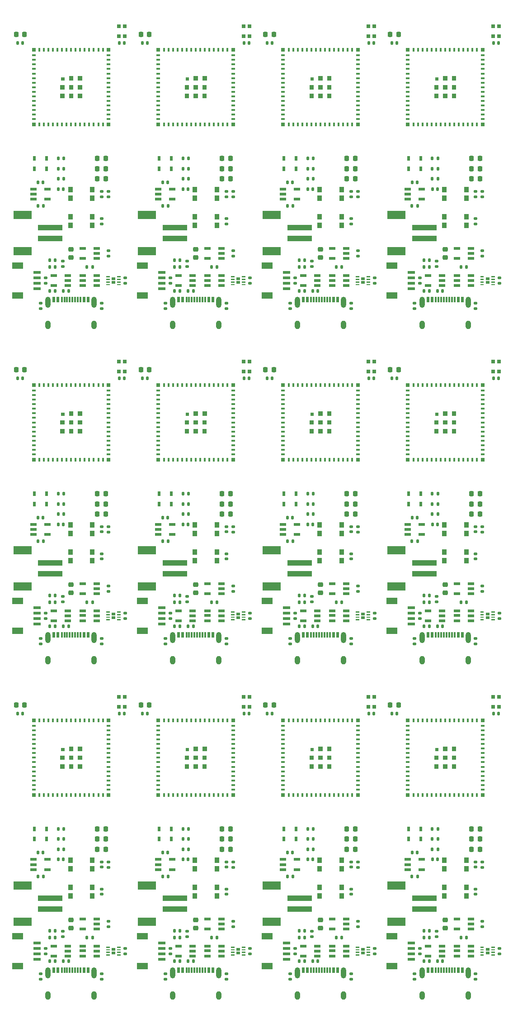
<source format=gtp>
%TF.GenerationSoftware,KiCad,Pcbnew,7.0.10*%
%TF.CreationDate,2024-01-23T14:15:21-07:00*%
%TF.ProjectId,SparkFun_Thing_Plus_ESP32-S3_panelized,53706172-6b46-4756-9e5f-5468696e675f,rev?*%
%TF.SameCoordinates,Original*%
%TF.FileFunction,Paste,Top*%
%TF.FilePolarity,Positive*%
%FSLAX46Y46*%
G04 Gerber Fmt 4.6, Leading zero omitted, Abs format (unit mm)*
G04 Created by KiCad (PCBNEW 7.0.10) date 2024-01-23 14:15:21*
%MOMM*%
%LPD*%
G01*
G04 APERTURE LIST*
G04 Aperture macros list*
%AMRoundRect*
0 Rectangle with rounded corners*
0 $1 Rounding radius*
0 $2 $3 $4 $5 $6 $7 $8 $9 X,Y pos of 4 corners*
0 Add a 4 corners polygon primitive as box body*
4,1,4,$2,$3,$4,$5,$6,$7,$8,$9,$2,$3,0*
0 Add four circle primitives for the rounded corners*
1,1,$1+$1,$2,$3*
1,1,$1+$1,$4,$5*
1,1,$1+$1,$6,$7*
1,1,$1+$1,$8,$9*
0 Add four rect primitives between the rounded corners*
20,1,$1+$1,$2,$3,$4,$5,0*
20,1,$1+$1,$4,$5,$6,$7,0*
20,1,$1+$1,$6,$7,$8,$9,0*
20,1,$1+$1,$8,$9,$2,$3,0*%
G04 Aperture macros list end*
%ADD10RoundRect,0.135000X-0.135000X-0.185000X0.135000X-0.185000X0.135000X0.185000X-0.135000X0.185000X0*%
%ADD11R,4.600000X1.000000*%
%ADD12R,3.400000X1.600000*%
%ADD13RoundRect,0.140000X0.140000X0.170000X-0.140000X0.170000X-0.140000X-0.170000X0.140000X-0.170000X0*%
%ADD14RoundRect,0.140000X0.170000X-0.140000X0.170000X0.140000X-0.170000X0.140000X-0.170000X-0.140000X0*%
%ADD15RoundRect,0.140000X-0.170000X0.140000X-0.170000X-0.140000X0.170000X-0.140000X0.170000X0.140000X0*%
%ADD16RoundRect,0.140000X-0.140000X-0.170000X0.140000X-0.170000X0.140000X0.170000X-0.140000X0.170000X0*%
%ADD17R,1.200000X0.550000*%
%ADD18RoundRect,0.225000X-0.225000X-0.250000X0.225000X-0.250000X0.225000X0.250000X-0.225000X0.250000X0*%
%ADD19R,0.800000X0.400000*%
%ADD20R,0.400000X0.800000*%
%ADD21R,0.800000X0.800000*%
%ADD22RoundRect,0.135000X-0.185000X0.135000X-0.185000X-0.135000X0.185000X-0.135000X0.185000X0.135000X0*%
%ADD23R,1.350000X0.600000*%
%ADD24R,2.000000X1.200000*%
%ADD25R,0.900000X1.000000*%
%ADD26RoundRect,0.135000X0.135000X0.185000X-0.135000X0.185000X-0.135000X-0.185000X0.135000X-0.185000X0*%
%ADD27R,0.630000X0.830000*%
%ADD28RoundRect,0.135000X0.185000X-0.135000X0.185000X0.135000X-0.185000X0.135000X-0.185000X-0.135000X0*%
%ADD29RoundRect,0.218750X0.218750X0.256250X-0.218750X0.256250X-0.218750X-0.256250X0.218750X-0.256250X0*%
%ADD30RoundRect,0.225000X0.250000X-0.225000X0.250000X0.225000X-0.250000X0.225000X-0.250000X-0.225000X0*%
%ADD31R,0.300000X1.000000*%
%ADD32R,0.600000X1.000000*%
%ADD33O,1.000000X1.600000*%
%ADD34O,1.000000X2.100000*%
%ADD35R,0.700000X0.700000*%
G04 APERTURE END LIST*
%TO.C,U3*%
G36*
X79456875Y171573750D02*
G01*
X80263125Y171573750D01*
X80263125Y170767500D01*
X79456875Y170767500D01*
X79456875Y171573750D01*
G37*
G36*
X79456875Y169923750D02*
G01*
X80263125Y169923750D01*
X80263125Y169117500D01*
X79456875Y169117500D01*
X79456875Y169923750D01*
G37*
G36*
X79653750Y173036250D02*
G01*
X80263125Y173036250D01*
X80263125Y172417500D01*
X79653750Y172417500D01*
X79653750Y173036250D01*
G37*
G36*
X81106875Y173223750D02*
G01*
X81913125Y173223750D01*
X81913125Y172417500D01*
X81106875Y172417500D01*
X81106875Y173223750D01*
G37*
G36*
X81106875Y171573750D02*
G01*
X81913125Y171573750D01*
X81913125Y170767500D01*
X81106875Y170767500D01*
X81106875Y171573750D01*
G37*
G36*
X81106875Y169923750D02*
G01*
X81913125Y169923750D01*
X81913125Y169117500D01*
X81106875Y169117500D01*
X81106875Y169923750D01*
G37*
G36*
X82756875Y171573750D02*
G01*
X83563125Y171573750D01*
X83563125Y170767500D01*
X82756875Y170767500D01*
X82756875Y171573750D01*
G37*
G36*
X82756875Y169923750D02*
G01*
X83563125Y169923750D01*
X83563125Y169117500D01*
X82756875Y169117500D01*
X82756875Y169923750D01*
G37*
G36*
X82766250Y173223750D02*
G01*
X83572500Y173223750D01*
X83572500Y172417500D01*
X82766250Y172417500D01*
X82766250Y173223750D01*
G37*
G36*
X79456875Y108843750D02*
G01*
X80263125Y108843750D01*
X80263125Y108037500D01*
X79456875Y108037500D01*
X79456875Y108843750D01*
G37*
G36*
X79456875Y107193750D02*
G01*
X80263125Y107193750D01*
X80263125Y106387500D01*
X79456875Y106387500D01*
X79456875Y107193750D01*
G37*
G36*
X79653750Y110306250D02*
G01*
X80263125Y110306250D01*
X80263125Y109687500D01*
X79653750Y109687500D01*
X79653750Y110306250D01*
G37*
G36*
X81106875Y110493750D02*
G01*
X81913125Y110493750D01*
X81913125Y109687500D01*
X81106875Y109687500D01*
X81106875Y110493750D01*
G37*
G36*
X81106875Y108843750D02*
G01*
X81913125Y108843750D01*
X81913125Y108037500D01*
X81106875Y108037500D01*
X81106875Y108843750D01*
G37*
G36*
X81106875Y107193750D02*
G01*
X81913125Y107193750D01*
X81913125Y106387500D01*
X81106875Y106387500D01*
X81106875Y107193750D01*
G37*
G36*
X82756875Y108843750D02*
G01*
X83563125Y108843750D01*
X83563125Y108037500D01*
X82756875Y108037500D01*
X82756875Y108843750D01*
G37*
G36*
X82756875Y107193750D02*
G01*
X83563125Y107193750D01*
X83563125Y106387500D01*
X82756875Y106387500D01*
X82756875Y107193750D01*
G37*
G36*
X82766250Y110493750D02*
G01*
X83572500Y110493750D01*
X83572500Y109687500D01*
X82766250Y109687500D01*
X82766250Y110493750D01*
G37*
G36*
X79456875Y46113750D02*
G01*
X80263125Y46113750D01*
X80263125Y45307500D01*
X79456875Y45307500D01*
X79456875Y46113750D01*
G37*
G36*
X79456875Y44463750D02*
G01*
X80263125Y44463750D01*
X80263125Y43657500D01*
X79456875Y43657500D01*
X79456875Y44463750D01*
G37*
G36*
X79653750Y47576250D02*
G01*
X80263125Y47576250D01*
X80263125Y46957500D01*
X79653750Y46957500D01*
X79653750Y47576250D01*
G37*
G36*
X81106875Y47763750D02*
G01*
X81913125Y47763750D01*
X81913125Y46957500D01*
X81106875Y46957500D01*
X81106875Y47763750D01*
G37*
G36*
X81106875Y46113750D02*
G01*
X81913125Y46113750D01*
X81913125Y45307500D01*
X81106875Y45307500D01*
X81106875Y46113750D01*
G37*
G36*
X81106875Y44463750D02*
G01*
X81913125Y44463750D01*
X81913125Y43657500D01*
X81106875Y43657500D01*
X81106875Y44463750D01*
G37*
G36*
X82756875Y46113750D02*
G01*
X83563125Y46113750D01*
X83563125Y45307500D01*
X82756875Y45307500D01*
X82756875Y46113750D01*
G37*
G36*
X82756875Y44463750D02*
G01*
X83563125Y44463750D01*
X83563125Y43657500D01*
X82756875Y43657500D01*
X82756875Y44463750D01*
G37*
G36*
X82766250Y47763750D02*
G01*
X83572500Y47763750D01*
X83572500Y46957500D01*
X82766250Y46957500D01*
X82766250Y47763750D01*
G37*
G36*
X56096875Y171573750D02*
G01*
X56903125Y171573750D01*
X56903125Y170767500D01*
X56096875Y170767500D01*
X56096875Y171573750D01*
G37*
G36*
X56096875Y169923750D02*
G01*
X56903125Y169923750D01*
X56903125Y169117500D01*
X56096875Y169117500D01*
X56096875Y169923750D01*
G37*
G36*
X56293750Y173036250D02*
G01*
X56903125Y173036250D01*
X56903125Y172417500D01*
X56293750Y172417500D01*
X56293750Y173036250D01*
G37*
G36*
X57746875Y173223750D02*
G01*
X58553125Y173223750D01*
X58553125Y172417500D01*
X57746875Y172417500D01*
X57746875Y173223750D01*
G37*
G36*
X57746875Y171573750D02*
G01*
X58553125Y171573750D01*
X58553125Y170767500D01*
X57746875Y170767500D01*
X57746875Y171573750D01*
G37*
G36*
X57746875Y169923750D02*
G01*
X58553125Y169923750D01*
X58553125Y169117500D01*
X57746875Y169117500D01*
X57746875Y169923750D01*
G37*
G36*
X59396875Y171573750D02*
G01*
X60203125Y171573750D01*
X60203125Y170767500D01*
X59396875Y170767500D01*
X59396875Y171573750D01*
G37*
G36*
X59396875Y169923750D02*
G01*
X60203125Y169923750D01*
X60203125Y169117500D01*
X59396875Y169117500D01*
X59396875Y169923750D01*
G37*
G36*
X59406250Y173223750D02*
G01*
X60212500Y173223750D01*
X60212500Y172417500D01*
X59406250Y172417500D01*
X59406250Y173223750D01*
G37*
G36*
X56096875Y108843750D02*
G01*
X56903125Y108843750D01*
X56903125Y108037500D01*
X56096875Y108037500D01*
X56096875Y108843750D01*
G37*
G36*
X56096875Y107193750D02*
G01*
X56903125Y107193750D01*
X56903125Y106387500D01*
X56096875Y106387500D01*
X56096875Y107193750D01*
G37*
G36*
X56293750Y110306250D02*
G01*
X56903125Y110306250D01*
X56903125Y109687500D01*
X56293750Y109687500D01*
X56293750Y110306250D01*
G37*
G36*
X57746875Y110493750D02*
G01*
X58553125Y110493750D01*
X58553125Y109687500D01*
X57746875Y109687500D01*
X57746875Y110493750D01*
G37*
G36*
X57746875Y108843750D02*
G01*
X58553125Y108843750D01*
X58553125Y108037500D01*
X57746875Y108037500D01*
X57746875Y108843750D01*
G37*
G36*
X57746875Y107193750D02*
G01*
X58553125Y107193750D01*
X58553125Y106387500D01*
X57746875Y106387500D01*
X57746875Y107193750D01*
G37*
G36*
X59396875Y108843750D02*
G01*
X60203125Y108843750D01*
X60203125Y108037500D01*
X59396875Y108037500D01*
X59396875Y108843750D01*
G37*
G36*
X59396875Y107193750D02*
G01*
X60203125Y107193750D01*
X60203125Y106387500D01*
X59396875Y106387500D01*
X59396875Y107193750D01*
G37*
G36*
X59406250Y110493750D02*
G01*
X60212500Y110493750D01*
X60212500Y109687500D01*
X59406250Y109687500D01*
X59406250Y110493750D01*
G37*
G36*
X56096875Y46113750D02*
G01*
X56903125Y46113750D01*
X56903125Y45307500D01*
X56096875Y45307500D01*
X56096875Y46113750D01*
G37*
G36*
X56096875Y44463750D02*
G01*
X56903125Y44463750D01*
X56903125Y43657500D01*
X56096875Y43657500D01*
X56096875Y44463750D01*
G37*
G36*
X56293750Y47576250D02*
G01*
X56903125Y47576250D01*
X56903125Y46957500D01*
X56293750Y46957500D01*
X56293750Y47576250D01*
G37*
G36*
X57746875Y47763750D02*
G01*
X58553125Y47763750D01*
X58553125Y46957500D01*
X57746875Y46957500D01*
X57746875Y47763750D01*
G37*
G36*
X57746875Y46113750D02*
G01*
X58553125Y46113750D01*
X58553125Y45307500D01*
X57746875Y45307500D01*
X57746875Y46113750D01*
G37*
G36*
X57746875Y44463750D02*
G01*
X58553125Y44463750D01*
X58553125Y43657500D01*
X57746875Y43657500D01*
X57746875Y44463750D01*
G37*
G36*
X59396875Y46113750D02*
G01*
X60203125Y46113750D01*
X60203125Y45307500D01*
X59396875Y45307500D01*
X59396875Y46113750D01*
G37*
G36*
X59396875Y44463750D02*
G01*
X60203125Y44463750D01*
X60203125Y43657500D01*
X59396875Y43657500D01*
X59396875Y44463750D01*
G37*
G36*
X59406250Y47763750D02*
G01*
X60212500Y47763750D01*
X60212500Y46957500D01*
X59406250Y46957500D01*
X59406250Y47763750D01*
G37*
G36*
X32736875Y171573750D02*
G01*
X33543125Y171573750D01*
X33543125Y170767500D01*
X32736875Y170767500D01*
X32736875Y171573750D01*
G37*
G36*
X32736875Y169923750D02*
G01*
X33543125Y169923750D01*
X33543125Y169117500D01*
X32736875Y169117500D01*
X32736875Y169923750D01*
G37*
G36*
X32933750Y173036250D02*
G01*
X33543125Y173036250D01*
X33543125Y172417500D01*
X32933750Y172417500D01*
X32933750Y173036250D01*
G37*
G36*
X34386875Y173223750D02*
G01*
X35193125Y173223750D01*
X35193125Y172417500D01*
X34386875Y172417500D01*
X34386875Y173223750D01*
G37*
G36*
X34386875Y171573750D02*
G01*
X35193125Y171573750D01*
X35193125Y170767500D01*
X34386875Y170767500D01*
X34386875Y171573750D01*
G37*
G36*
X34386875Y169923750D02*
G01*
X35193125Y169923750D01*
X35193125Y169117500D01*
X34386875Y169117500D01*
X34386875Y169923750D01*
G37*
G36*
X36036875Y171573750D02*
G01*
X36843125Y171573750D01*
X36843125Y170767500D01*
X36036875Y170767500D01*
X36036875Y171573750D01*
G37*
G36*
X36036875Y169923750D02*
G01*
X36843125Y169923750D01*
X36843125Y169117500D01*
X36036875Y169117500D01*
X36036875Y169923750D01*
G37*
G36*
X36046250Y173223750D02*
G01*
X36852500Y173223750D01*
X36852500Y172417500D01*
X36046250Y172417500D01*
X36046250Y173223750D01*
G37*
G36*
X32736875Y108843750D02*
G01*
X33543125Y108843750D01*
X33543125Y108037500D01*
X32736875Y108037500D01*
X32736875Y108843750D01*
G37*
G36*
X32736875Y107193750D02*
G01*
X33543125Y107193750D01*
X33543125Y106387500D01*
X32736875Y106387500D01*
X32736875Y107193750D01*
G37*
G36*
X32933750Y110306250D02*
G01*
X33543125Y110306250D01*
X33543125Y109687500D01*
X32933750Y109687500D01*
X32933750Y110306250D01*
G37*
G36*
X34386875Y110493750D02*
G01*
X35193125Y110493750D01*
X35193125Y109687500D01*
X34386875Y109687500D01*
X34386875Y110493750D01*
G37*
G36*
X34386875Y108843750D02*
G01*
X35193125Y108843750D01*
X35193125Y108037500D01*
X34386875Y108037500D01*
X34386875Y108843750D01*
G37*
G36*
X34386875Y107193750D02*
G01*
X35193125Y107193750D01*
X35193125Y106387500D01*
X34386875Y106387500D01*
X34386875Y107193750D01*
G37*
G36*
X36036875Y108843750D02*
G01*
X36843125Y108843750D01*
X36843125Y108037500D01*
X36036875Y108037500D01*
X36036875Y108843750D01*
G37*
G36*
X36036875Y107193750D02*
G01*
X36843125Y107193750D01*
X36843125Y106387500D01*
X36036875Y106387500D01*
X36036875Y107193750D01*
G37*
G36*
X36046250Y110493750D02*
G01*
X36852500Y110493750D01*
X36852500Y109687500D01*
X36046250Y109687500D01*
X36046250Y110493750D01*
G37*
G36*
X32736875Y46113750D02*
G01*
X33543125Y46113750D01*
X33543125Y45307500D01*
X32736875Y45307500D01*
X32736875Y46113750D01*
G37*
G36*
X32736875Y44463750D02*
G01*
X33543125Y44463750D01*
X33543125Y43657500D01*
X32736875Y43657500D01*
X32736875Y44463750D01*
G37*
G36*
X32933750Y47576250D02*
G01*
X33543125Y47576250D01*
X33543125Y46957500D01*
X32933750Y46957500D01*
X32933750Y47576250D01*
G37*
G36*
X34386875Y47763750D02*
G01*
X35193125Y47763750D01*
X35193125Y46957500D01*
X34386875Y46957500D01*
X34386875Y47763750D01*
G37*
G36*
X34386875Y46113750D02*
G01*
X35193125Y46113750D01*
X35193125Y45307500D01*
X34386875Y45307500D01*
X34386875Y46113750D01*
G37*
G36*
X34386875Y44463750D02*
G01*
X35193125Y44463750D01*
X35193125Y43657500D01*
X34386875Y43657500D01*
X34386875Y44463750D01*
G37*
G36*
X36036875Y46113750D02*
G01*
X36843125Y46113750D01*
X36843125Y45307500D01*
X36036875Y45307500D01*
X36036875Y46113750D01*
G37*
G36*
X36036875Y44463750D02*
G01*
X36843125Y44463750D01*
X36843125Y43657500D01*
X36036875Y43657500D01*
X36036875Y44463750D01*
G37*
G36*
X36046250Y47763750D02*
G01*
X36852500Y47763750D01*
X36852500Y46957500D01*
X36046250Y46957500D01*
X36046250Y47763750D01*
G37*
G36*
X9376875Y171573750D02*
G01*
X10183125Y171573750D01*
X10183125Y170767500D01*
X9376875Y170767500D01*
X9376875Y171573750D01*
G37*
G36*
X9376875Y169923750D02*
G01*
X10183125Y169923750D01*
X10183125Y169117500D01*
X9376875Y169117500D01*
X9376875Y169923750D01*
G37*
G36*
X9573750Y173036250D02*
G01*
X10183125Y173036250D01*
X10183125Y172417500D01*
X9573750Y172417500D01*
X9573750Y173036250D01*
G37*
G36*
X11026875Y173223750D02*
G01*
X11833125Y173223750D01*
X11833125Y172417500D01*
X11026875Y172417500D01*
X11026875Y173223750D01*
G37*
G36*
X11026875Y171573750D02*
G01*
X11833125Y171573750D01*
X11833125Y170767500D01*
X11026875Y170767500D01*
X11026875Y171573750D01*
G37*
G36*
X11026875Y169923750D02*
G01*
X11833125Y169923750D01*
X11833125Y169117500D01*
X11026875Y169117500D01*
X11026875Y169923750D01*
G37*
G36*
X12676875Y171573750D02*
G01*
X13483125Y171573750D01*
X13483125Y170767500D01*
X12676875Y170767500D01*
X12676875Y171573750D01*
G37*
G36*
X12676875Y169923750D02*
G01*
X13483125Y169923750D01*
X13483125Y169117500D01*
X12676875Y169117500D01*
X12676875Y169923750D01*
G37*
G36*
X12686250Y173223750D02*
G01*
X13492500Y173223750D01*
X13492500Y172417500D01*
X12686250Y172417500D01*
X12686250Y173223750D01*
G37*
G36*
X9376875Y108843750D02*
G01*
X10183125Y108843750D01*
X10183125Y108037500D01*
X9376875Y108037500D01*
X9376875Y108843750D01*
G37*
G36*
X9376875Y107193750D02*
G01*
X10183125Y107193750D01*
X10183125Y106387500D01*
X9376875Y106387500D01*
X9376875Y107193750D01*
G37*
G36*
X9573750Y110306250D02*
G01*
X10183125Y110306250D01*
X10183125Y109687500D01*
X9573750Y109687500D01*
X9573750Y110306250D01*
G37*
G36*
X11026875Y110493750D02*
G01*
X11833125Y110493750D01*
X11833125Y109687500D01*
X11026875Y109687500D01*
X11026875Y110493750D01*
G37*
G36*
X11026875Y108843750D02*
G01*
X11833125Y108843750D01*
X11833125Y108037500D01*
X11026875Y108037500D01*
X11026875Y108843750D01*
G37*
G36*
X11026875Y107193750D02*
G01*
X11833125Y107193750D01*
X11833125Y106387500D01*
X11026875Y106387500D01*
X11026875Y107193750D01*
G37*
G36*
X12676875Y108843750D02*
G01*
X13483125Y108843750D01*
X13483125Y108037500D01*
X12676875Y108037500D01*
X12676875Y108843750D01*
G37*
G36*
X12676875Y107193750D02*
G01*
X13483125Y107193750D01*
X13483125Y106387500D01*
X12676875Y106387500D01*
X12676875Y107193750D01*
G37*
G36*
X12686250Y110493750D02*
G01*
X13492500Y110493750D01*
X13492500Y109687500D01*
X12686250Y109687500D01*
X12686250Y110493750D01*
G37*
%TO.C,U4*%
G36*
X90785000Y134110000D02*
G01*
X90147500Y134110000D01*
X90147500Y134360000D01*
X90785000Y134360000D01*
X90785000Y134110000D01*
G37*
G36*
X90785000Y134610000D02*
G01*
X90147500Y134610000D01*
X90147500Y134860000D01*
X90785000Y134860000D01*
X90785000Y134610000D01*
G37*
G36*
X90785000Y135110000D02*
G01*
X90147500Y135110000D01*
X90147500Y135360000D01*
X90785000Y135360000D01*
X90785000Y135110000D01*
G37*
G36*
X90785000Y135610000D02*
G01*
X90147500Y135610000D01*
X90147500Y135860000D01*
X90785000Y135860000D01*
X90785000Y135610000D01*
G37*
G36*
X89767500Y134395000D02*
G01*
X89127500Y134395000D01*
X89127500Y134895000D01*
X89767500Y134895000D01*
X89767500Y134395000D01*
G37*
G36*
X89767500Y135075000D02*
G01*
X89127500Y135075000D01*
X89127500Y135575000D01*
X89767500Y135575000D01*
X89767500Y135075000D01*
G37*
G36*
X88747500Y134110000D02*
G01*
X88110000Y134110000D01*
X88110000Y134360000D01*
X88747500Y134360000D01*
X88747500Y134110000D01*
G37*
G36*
X88747500Y134610000D02*
G01*
X88110000Y134610000D01*
X88110000Y134860000D01*
X88747500Y134860000D01*
X88747500Y134610000D01*
G37*
G36*
X88747500Y135110000D02*
G01*
X88110000Y135110000D01*
X88110000Y135360000D01*
X88747500Y135360000D01*
X88747500Y135110000D01*
G37*
G36*
X88747500Y135610000D02*
G01*
X88110000Y135610000D01*
X88110000Y135860000D01*
X88747500Y135860000D01*
X88747500Y135610000D01*
G37*
G36*
X90785000Y71380000D02*
G01*
X90147500Y71380000D01*
X90147500Y71630000D01*
X90785000Y71630000D01*
X90785000Y71380000D01*
G37*
G36*
X90785000Y71880000D02*
G01*
X90147500Y71880000D01*
X90147500Y72130000D01*
X90785000Y72130000D01*
X90785000Y71880000D01*
G37*
G36*
X90785000Y72380000D02*
G01*
X90147500Y72380000D01*
X90147500Y72630000D01*
X90785000Y72630000D01*
X90785000Y72380000D01*
G37*
G36*
X90785000Y72880000D02*
G01*
X90147500Y72880000D01*
X90147500Y73130000D01*
X90785000Y73130000D01*
X90785000Y72880000D01*
G37*
G36*
X89767500Y71665000D02*
G01*
X89127500Y71665000D01*
X89127500Y72165000D01*
X89767500Y72165000D01*
X89767500Y71665000D01*
G37*
G36*
X89767500Y72345000D02*
G01*
X89127500Y72345000D01*
X89127500Y72845000D01*
X89767500Y72845000D01*
X89767500Y72345000D01*
G37*
G36*
X88747500Y71380000D02*
G01*
X88110000Y71380000D01*
X88110000Y71630000D01*
X88747500Y71630000D01*
X88747500Y71380000D01*
G37*
G36*
X88747500Y71880000D02*
G01*
X88110000Y71880000D01*
X88110000Y72130000D01*
X88747500Y72130000D01*
X88747500Y71880000D01*
G37*
G36*
X88747500Y72380000D02*
G01*
X88110000Y72380000D01*
X88110000Y72630000D01*
X88747500Y72630000D01*
X88747500Y72380000D01*
G37*
G36*
X88747500Y72880000D02*
G01*
X88110000Y72880000D01*
X88110000Y73130000D01*
X88747500Y73130000D01*
X88747500Y72880000D01*
G37*
G36*
X90785000Y8650000D02*
G01*
X90147500Y8650000D01*
X90147500Y8900000D01*
X90785000Y8900000D01*
X90785000Y8650000D01*
G37*
G36*
X90785000Y9150000D02*
G01*
X90147500Y9150000D01*
X90147500Y9400000D01*
X90785000Y9400000D01*
X90785000Y9150000D01*
G37*
G36*
X90785000Y9650000D02*
G01*
X90147500Y9650000D01*
X90147500Y9900000D01*
X90785000Y9900000D01*
X90785000Y9650000D01*
G37*
G36*
X90785000Y10150000D02*
G01*
X90147500Y10150000D01*
X90147500Y10400000D01*
X90785000Y10400000D01*
X90785000Y10150000D01*
G37*
G36*
X89767500Y8935000D02*
G01*
X89127500Y8935000D01*
X89127500Y9435000D01*
X89767500Y9435000D01*
X89767500Y8935000D01*
G37*
G36*
X89767500Y9615000D02*
G01*
X89127500Y9615000D01*
X89127500Y10115000D01*
X89767500Y10115000D01*
X89767500Y9615000D01*
G37*
G36*
X88747500Y8650000D02*
G01*
X88110000Y8650000D01*
X88110000Y8900000D01*
X88747500Y8900000D01*
X88747500Y8650000D01*
G37*
G36*
X88747500Y9150000D02*
G01*
X88110000Y9150000D01*
X88110000Y9400000D01*
X88747500Y9400000D01*
X88747500Y9150000D01*
G37*
G36*
X88747500Y9650000D02*
G01*
X88110000Y9650000D01*
X88110000Y9900000D01*
X88747500Y9900000D01*
X88747500Y9650000D01*
G37*
G36*
X88747500Y10150000D02*
G01*
X88110000Y10150000D01*
X88110000Y10400000D01*
X88747500Y10400000D01*
X88747500Y10150000D01*
G37*
G36*
X67425000Y134110000D02*
G01*
X66787500Y134110000D01*
X66787500Y134360000D01*
X67425000Y134360000D01*
X67425000Y134110000D01*
G37*
G36*
X67425000Y134610000D02*
G01*
X66787500Y134610000D01*
X66787500Y134860000D01*
X67425000Y134860000D01*
X67425000Y134610000D01*
G37*
G36*
X67425000Y135110000D02*
G01*
X66787500Y135110000D01*
X66787500Y135360000D01*
X67425000Y135360000D01*
X67425000Y135110000D01*
G37*
G36*
X67425000Y135610000D02*
G01*
X66787500Y135610000D01*
X66787500Y135860000D01*
X67425000Y135860000D01*
X67425000Y135610000D01*
G37*
G36*
X66407500Y134395000D02*
G01*
X65767500Y134395000D01*
X65767500Y134895000D01*
X66407500Y134895000D01*
X66407500Y134395000D01*
G37*
G36*
X66407500Y135075000D02*
G01*
X65767500Y135075000D01*
X65767500Y135575000D01*
X66407500Y135575000D01*
X66407500Y135075000D01*
G37*
G36*
X65387500Y134110000D02*
G01*
X64750000Y134110000D01*
X64750000Y134360000D01*
X65387500Y134360000D01*
X65387500Y134110000D01*
G37*
G36*
X65387500Y134610000D02*
G01*
X64750000Y134610000D01*
X64750000Y134860000D01*
X65387500Y134860000D01*
X65387500Y134610000D01*
G37*
G36*
X65387500Y135110000D02*
G01*
X64750000Y135110000D01*
X64750000Y135360000D01*
X65387500Y135360000D01*
X65387500Y135110000D01*
G37*
G36*
X65387500Y135610000D02*
G01*
X64750000Y135610000D01*
X64750000Y135860000D01*
X65387500Y135860000D01*
X65387500Y135610000D01*
G37*
G36*
X67425000Y71380000D02*
G01*
X66787500Y71380000D01*
X66787500Y71630000D01*
X67425000Y71630000D01*
X67425000Y71380000D01*
G37*
G36*
X67425000Y71880000D02*
G01*
X66787500Y71880000D01*
X66787500Y72130000D01*
X67425000Y72130000D01*
X67425000Y71880000D01*
G37*
G36*
X67425000Y72380000D02*
G01*
X66787500Y72380000D01*
X66787500Y72630000D01*
X67425000Y72630000D01*
X67425000Y72380000D01*
G37*
G36*
X67425000Y72880000D02*
G01*
X66787500Y72880000D01*
X66787500Y73130000D01*
X67425000Y73130000D01*
X67425000Y72880000D01*
G37*
G36*
X66407500Y71665000D02*
G01*
X65767500Y71665000D01*
X65767500Y72165000D01*
X66407500Y72165000D01*
X66407500Y71665000D01*
G37*
G36*
X66407500Y72345000D02*
G01*
X65767500Y72345000D01*
X65767500Y72845000D01*
X66407500Y72845000D01*
X66407500Y72345000D01*
G37*
G36*
X65387500Y71380000D02*
G01*
X64750000Y71380000D01*
X64750000Y71630000D01*
X65387500Y71630000D01*
X65387500Y71380000D01*
G37*
G36*
X65387500Y71880000D02*
G01*
X64750000Y71880000D01*
X64750000Y72130000D01*
X65387500Y72130000D01*
X65387500Y71880000D01*
G37*
G36*
X65387500Y72380000D02*
G01*
X64750000Y72380000D01*
X64750000Y72630000D01*
X65387500Y72630000D01*
X65387500Y72380000D01*
G37*
G36*
X65387500Y72880000D02*
G01*
X64750000Y72880000D01*
X64750000Y73130000D01*
X65387500Y73130000D01*
X65387500Y72880000D01*
G37*
G36*
X67425000Y8650000D02*
G01*
X66787500Y8650000D01*
X66787500Y8900000D01*
X67425000Y8900000D01*
X67425000Y8650000D01*
G37*
G36*
X67425000Y9150000D02*
G01*
X66787500Y9150000D01*
X66787500Y9400000D01*
X67425000Y9400000D01*
X67425000Y9150000D01*
G37*
G36*
X67425000Y9650000D02*
G01*
X66787500Y9650000D01*
X66787500Y9900000D01*
X67425000Y9900000D01*
X67425000Y9650000D01*
G37*
G36*
X67425000Y10150000D02*
G01*
X66787500Y10150000D01*
X66787500Y10400000D01*
X67425000Y10400000D01*
X67425000Y10150000D01*
G37*
G36*
X66407500Y8935000D02*
G01*
X65767500Y8935000D01*
X65767500Y9435000D01*
X66407500Y9435000D01*
X66407500Y8935000D01*
G37*
G36*
X66407500Y9615000D02*
G01*
X65767500Y9615000D01*
X65767500Y10115000D01*
X66407500Y10115000D01*
X66407500Y9615000D01*
G37*
G36*
X65387500Y8650000D02*
G01*
X64750000Y8650000D01*
X64750000Y8900000D01*
X65387500Y8900000D01*
X65387500Y8650000D01*
G37*
G36*
X65387500Y9150000D02*
G01*
X64750000Y9150000D01*
X64750000Y9400000D01*
X65387500Y9400000D01*
X65387500Y9150000D01*
G37*
G36*
X65387500Y9650000D02*
G01*
X64750000Y9650000D01*
X64750000Y9900000D01*
X65387500Y9900000D01*
X65387500Y9650000D01*
G37*
G36*
X65387500Y10150000D02*
G01*
X64750000Y10150000D01*
X64750000Y10400000D01*
X65387500Y10400000D01*
X65387500Y10150000D01*
G37*
G36*
X44065000Y134110000D02*
G01*
X43427500Y134110000D01*
X43427500Y134360000D01*
X44065000Y134360000D01*
X44065000Y134110000D01*
G37*
G36*
X44065000Y134610000D02*
G01*
X43427500Y134610000D01*
X43427500Y134860000D01*
X44065000Y134860000D01*
X44065000Y134610000D01*
G37*
G36*
X44065000Y135110000D02*
G01*
X43427500Y135110000D01*
X43427500Y135360000D01*
X44065000Y135360000D01*
X44065000Y135110000D01*
G37*
G36*
X44065000Y135610000D02*
G01*
X43427500Y135610000D01*
X43427500Y135860000D01*
X44065000Y135860000D01*
X44065000Y135610000D01*
G37*
G36*
X43047500Y134395000D02*
G01*
X42407500Y134395000D01*
X42407500Y134895000D01*
X43047500Y134895000D01*
X43047500Y134395000D01*
G37*
G36*
X43047500Y135075000D02*
G01*
X42407500Y135075000D01*
X42407500Y135575000D01*
X43047500Y135575000D01*
X43047500Y135075000D01*
G37*
G36*
X42027500Y134110000D02*
G01*
X41390000Y134110000D01*
X41390000Y134360000D01*
X42027500Y134360000D01*
X42027500Y134110000D01*
G37*
G36*
X42027500Y134610000D02*
G01*
X41390000Y134610000D01*
X41390000Y134860000D01*
X42027500Y134860000D01*
X42027500Y134610000D01*
G37*
G36*
X42027500Y135110000D02*
G01*
X41390000Y135110000D01*
X41390000Y135360000D01*
X42027500Y135360000D01*
X42027500Y135110000D01*
G37*
G36*
X42027500Y135610000D02*
G01*
X41390000Y135610000D01*
X41390000Y135860000D01*
X42027500Y135860000D01*
X42027500Y135610000D01*
G37*
G36*
X44065000Y71380000D02*
G01*
X43427500Y71380000D01*
X43427500Y71630000D01*
X44065000Y71630000D01*
X44065000Y71380000D01*
G37*
G36*
X44065000Y71880000D02*
G01*
X43427500Y71880000D01*
X43427500Y72130000D01*
X44065000Y72130000D01*
X44065000Y71880000D01*
G37*
G36*
X44065000Y72380000D02*
G01*
X43427500Y72380000D01*
X43427500Y72630000D01*
X44065000Y72630000D01*
X44065000Y72380000D01*
G37*
G36*
X44065000Y72880000D02*
G01*
X43427500Y72880000D01*
X43427500Y73130000D01*
X44065000Y73130000D01*
X44065000Y72880000D01*
G37*
G36*
X43047500Y71665000D02*
G01*
X42407500Y71665000D01*
X42407500Y72165000D01*
X43047500Y72165000D01*
X43047500Y71665000D01*
G37*
G36*
X43047500Y72345000D02*
G01*
X42407500Y72345000D01*
X42407500Y72845000D01*
X43047500Y72845000D01*
X43047500Y72345000D01*
G37*
G36*
X42027500Y71380000D02*
G01*
X41390000Y71380000D01*
X41390000Y71630000D01*
X42027500Y71630000D01*
X42027500Y71380000D01*
G37*
G36*
X42027500Y71880000D02*
G01*
X41390000Y71880000D01*
X41390000Y72130000D01*
X42027500Y72130000D01*
X42027500Y71880000D01*
G37*
G36*
X42027500Y72380000D02*
G01*
X41390000Y72380000D01*
X41390000Y72630000D01*
X42027500Y72630000D01*
X42027500Y72380000D01*
G37*
G36*
X42027500Y72880000D02*
G01*
X41390000Y72880000D01*
X41390000Y73130000D01*
X42027500Y73130000D01*
X42027500Y72880000D01*
G37*
G36*
X44065000Y8650000D02*
G01*
X43427500Y8650000D01*
X43427500Y8900000D01*
X44065000Y8900000D01*
X44065000Y8650000D01*
G37*
G36*
X44065000Y9150000D02*
G01*
X43427500Y9150000D01*
X43427500Y9400000D01*
X44065000Y9400000D01*
X44065000Y9150000D01*
G37*
G36*
X44065000Y9650000D02*
G01*
X43427500Y9650000D01*
X43427500Y9900000D01*
X44065000Y9900000D01*
X44065000Y9650000D01*
G37*
G36*
X44065000Y10150000D02*
G01*
X43427500Y10150000D01*
X43427500Y10400000D01*
X44065000Y10400000D01*
X44065000Y10150000D01*
G37*
G36*
X43047500Y8935000D02*
G01*
X42407500Y8935000D01*
X42407500Y9435000D01*
X43047500Y9435000D01*
X43047500Y8935000D01*
G37*
G36*
X43047500Y9615000D02*
G01*
X42407500Y9615000D01*
X42407500Y10115000D01*
X43047500Y10115000D01*
X43047500Y9615000D01*
G37*
G36*
X42027500Y8650000D02*
G01*
X41390000Y8650000D01*
X41390000Y8900000D01*
X42027500Y8900000D01*
X42027500Y8650000D01*
G37*
G36*
X42027500Y9150000D02*
G01*
X41390000Y9150000D01*
X41390000Y9400000D01*
X42027500Y9400000D01*
X42027500Y9150000D01*
G37*
G36*
X42027500Y9650000D02*
G01*
X41390000Y9650000D01*
X41390000Y9900000D01*
X42027500Y9900000D01*
X42027500Y9650000D01*
G37*
G36*
X42027500Y10150000D02*
G01*
X41390000Y10150000D01*
X41390000Y10400000D01*
X42027500Y10400000D01*
X42027500Y10150000D01*
G37*
G36*
X20705000Y134110000D02*
G01*
X20067500Y134110000D01*
X20067500Y134360000D01*
X20705000Y134360000D01*
X20705000Y134110000D01*
G37*
G36*
X20705000Y134610000D02*
G01*
X20067500Y134610000D01*
X20067500Y134860000D01*
X20705000Y134860000D01*
X20705000Y134610000D01*
G37*
G36*
X20705000Y135110000D02*
G01*
X20067500Y135110000D01*
X20067500Y135360000D01*
X20705000Y135360000D01*
X20705000Y135110000D01*
G37*
G36*
X20705000Y135610000D02*
G01*
X20067500Y135610000D01*
X20067500Y135860000D01*
X20705000Y135860000D01*
X20705000Y135610000D01*
G37*
G36*
X19687500Y134395000D02*
G01*
X19047500Y134395000D01*
X19047500Y134895000D01*
X19687500Y134895000D01*
X19687500Y134395000D01*
G37*
G36*
X19687500Y135075000D02*
G01*
X19047500Y135075000D01*
X19047500Y135575000D01*
X19687500Y135575000D01*
X19687500Y135075000D01*
G37*
G36*
X18667500Y134110000D02*
G01*
X18030000Y134110000D01*
X18030000Y134360000D01*
X18667500Y134360000D01*
X18667500Y134110000D01*
G37*
G36*
X18667500Y134610000D02*
G01*
X18030000Y134610000D01*
X18030000Y134860000D01*
X18667500Y134860000D01*
X18667500Y134610000D01*
G37*
G36*
X18667500Y135110000D02*
G01*
X18030000Y135110000D01*
X18030000Y135360000D01*
X18667500Y135360000D01*
X18667500Y135110000D01*
G37*
G36*
X18667500Y135610000D02*
G01*
X18030000Y135610000D01*
X18030000Y135860000D01*
X18667500Y135860000D01*
X18667500Y135610000D01*
G37*
G36*
X20705000Y71380000D02*
G01*
X20067500Y71380000D01*
X20067500Y71630000D01*
X20705000Y71630000D01*
X20705000Y71380000D01*
G37*
G36*
X20705000Y71880000D02*
G01*
X20067500Y71880000D01*
X20067500Y72130000D01*
X20705000Y72130000D01*
X20705000Y71880000D01*
G37*
G36*
X20705000Y72380000D02*
G01*
X20067500Y72380000D01*
X20067500Y72630000D01*
X20705000Y72630000D01*
X20705000Y72380000D01*
G37*
G36*
X20705000Y72880000D02*
G01*
X20067500Y72880000D01*
X20067500Y73130000D01*
X20705000Y73130000D01*
X20705000Y72880000D01*
G37*
G36*
X19687500Y71665000D02*
G01*
X19047500Y71665000D01*
X19047500Y72165000D01*
X19687500Y72165000D01*
X19687500Y71665000D01*
G37*
G36*
X19687500Y72345000D02*
G01*
X19047500Y72345000D01*
X19047500Y72845000D01*
X19687500Y72845000D01*
X19687500Y72345000D01*
G37*
G36*
X18667500Y71380000D02*
G01*
X18030000Y71380000D01*
X18030000Y71630000D01*
X18667500Y71630000D01*
X18667500Y71380000D01*
G37*
G36*
X18667500Y71880000D02*
G01*
X18030000Y71880000D01*
X18030000Y72130000D01*
X18667500Y72130000D01*
X18667500Y71880000D01*
G37*
G36*
X18667500Y72380000D02*
G01*
X18030000Y72380000D01*
X18030000Y72630000D01*
X18667500Y72630000D01*
X18667500Y72380000D01*
G37*
G36*
X18667500Y72880000D02*
G01*
X18030000Y72880000D01*
X18030000Y73130000D01*
X18667500Y73130000D01*
X18667500Y72880000D01*
G37*
G36*
X20705000Y8650000D02*
G01*
X20067500Y8650000D01*
X20067500Y8900000D01*
X20705000Y8900000D01*
X20705000Y8650000D01*
G37*
G36*
X20705000Y9150000D02*
G01*
X20067500Y9150000D01*
X20067500Y9400000D01*
X20705000Y9400000D01*
X20705000Y9150000D01*
G37*
G36*
X20705000Y9650000D02*
G01*
X20067500Y9650000D01*
X20067500Y9900000D01*
X20705000Y9900000D01*
X20705000Y9650000D01*
G37*
G36*
X20705000Y10150000D02*
G01*
X20067500Y10150000D01*
X20067500Y10400000D01*
X20705000Y10400000D01*
X20705000Y10150000D01*
G37*
G36*
X19687500Y8935000D02*
G01*
X19047500Y8935000D01*
X19047500Y9435000D01*
X19687500Y9435000D01*
X19687500Y8935000D01*
G37*
G36*
X19687500Y9615000D02*
G01*
X19047500Y9615000D01*
X19047500Y10115000D01*
X19687500Y10115000D01*
X19687500Y9615000D01*
G37*
G36*
X18667500Y8650000D02*
G01*
X18030000Y8650000D01*
X18030000Y8900000D01*
X18667500Y8900000D01*
X18667500Y8650000D01*
G37*
G36*
X18667500Y9150000D02*
G01*
X18030000Y9150000D01*
X18030000Y9400000D01*
X18667500Y9400000D01*
X18667500Y9150000D01*
G37*
G36*
X18667500Y9650000D02*
G01*
X18030000Y9650000D01*
X18030000Y9900000D01*
X18667500Y9900000D01*
X18667500Y9650000D01*
G37*
G36*
X18667500Y10150000D02*
G01*
X18030000Y10150000D01*
X18030000Y10400000D01*
X18667500Y10400000D01*
X18667500Y10150000D01*
G37*
%TO.C,U3*%
G36*
X9376875Y46113750D02*
G01*
X10183125Y46113750D01*
X10183125Y45307500D01*
X9376875Y45307500D01*
X9376875Y46113750D01*
G37*
G36*
X9376875Y44463750D02*
G01*
X10183125Y44463750D01*
X10183125Y43657500D01*
X9376875Y43657500D01*
X9376875Y44463750D01*
G37*
G36*
X9573750Y47576250D02*
G01*
X10183125Y47576250D01*
X10183125Y46957500D01*
X9573750Y46957500D01*
X9573750Y47576250D01*
G37*
G36*
X11026875Y47763750D02*
G01*
X11833125Y47763750D01*
X11833125Y46957500D01*
X11026875Y46957500D01*
X11026875Y47763750D01*
G37*
G36*
X11026875Y46113750D02*
G01*
X11833125Y46113750D01*
X11833125Y45307500D01*
X11026875Y45307500D01*
X11026875Y46113750D01*
G37*
G36*
X11026875Y44463750D02*
G01*
X11833125Y44463750D01*
X11833125Y43657500D01*
X11026875Y43657500D01*
X11026875Y44463750D01*
G37*
G36*
X12676875Y46113750D02*
G01*
X13483125Y46113750D01*
X13483125Y45307500D01*
X12676875Y45307500D01*
X12676875Y46113750D01*
G37*
G36*
X12676875Y44463750D02*
G01*
X13483125Y44463750D01*
X13483125Y43657500D01*
X12676875Y43657500D01*
X12676875Y44463750D01*
G37*
G36*
X12686250Y47763750D02*
G01*
X13492500Y47763750D01*
X13492500Y46957500D01*
X12686250Y46957500D01*
X12686250Y47763750D01*
G37*
%TD*%
D10*
%TO.C,R7*%
X79095000Y157845000D03*
X80115000Y157845000D03*
%TD*%
%TO.C,R7*%
X79095000Y95115000D03*
X80115000Y95115000D03*
%TD*%
%TO.C,R7*%
X79095000Y32385000D03*
X80115000Y32385000D03*
%TD*%
%TO.C,R7*%
X55735000Y157845000D03*
X56755000Y157845000D03*
%TD*%
%TO.C,R7*%
X55735000Y95115000D03*
X56755000Y95115000D03*
%TD*%
%TO.C,R7*%
X55735000Y32385000D03*
X56755000Y32385000D03*
%TD*%
%TO.C,R7*%
X32375000Y157845000D03*
X33395000Y157845000D03*
%TD*%
%TO.C,R7*%
X32375000Y95115000D03*
X33395000Y95115000D03*
%TD*%
%TO.C,R7*%
X32375000Y32385000D03*
X33395000Y32385000D03*
%TD*%
%TO.C,R7*%
X9015000Y157845000D03*
X10035000Y157845000D03*
%TD*%
%TO.C,R7*%
X9015000Y95115000D03*
X10035000Y95115000D03*
%TD*%
D11*
%TO.C,J3*%
X77590000Y142875000D03*
X77590000Y144875000D03*
D12*
X72390000Y140475000D03*
X72390000Y147275000D03*
%TD*%
D11*
%TO.C,J3*%
X77590000Y80145000D03*
X77590000Y82145000D03*
D12*
X72390000Y77745000D03*
X72390000Y84545000D03*
%TD*%
D11*
%TO.C,J3*%
X77590000Y17415000D03*
X77590000Y19415000D03*
D12*
X72390000Y15015000D03*
X72390000Y21815000D03*
%TD*%
D11*
%TO.C,J3*%
X54230000Y142875000D03*
X54230000Y144875000D03*
D12*
X49030000Y140475000D03*
X49030000Y147275000D03*
%TD*%
D11*
%TO.C,J3*%
X54230000Y80145000D03*
X54230000Y82145000D03*
D12*
X49030000Y77745000D03*
X49030000Y84545000D03*
%TD*%
D11*
%TO.C,J3*%
X54230000Y17415000D03*
X54230000Y19415000D03*
D12*
X49030000Y15015000D03*
X49030000Y21815000D03*
%TD*%
D11*
%TO.C,J3*%
X30870000Y142875000D03*
X30870000Y144875000D03*
D12*
X25670000Y140475000D03*
X25670000Y147275000D03*
%TD*%
D11*
%TO.C,J3*%
X30870000Y80145000D03*
X30870000Y82145000D03*
D12*
X25670000Y77745000D03*
X25670000Y84545000D03*
%TD*%
D11*
%TO.C,J3*%
X30870000Y17415000D03*
X30870000Y19415000D03*
D12*
X25670000Y15015000D03*
X25670000Y21815000D03*
%TD*%
D11*
%TO.C,J3*%
X7510000Y142875000D03*
X7510000Y144875000D03*
D12*
X2310000Y140475000D03*
X2310000Y147275000D03*
%TD*%
D11*
%TO.C,J3*%
X7510000Y80145000D03*
X7510000Y82145000D03*
D12*
X2310000Y77745000D03*
X2310000Y84545000D03*
%TD*%
D13*
%TO.C,C14*%
X81037500Y133080000D03*
X80077500Y133080000D03*
%TD*%
%TO.C,C14*%
X81037500Y70350000D03*
X80077500Y70350000D03*
%TD*%
%TO.C,C14*%
X81037500Y7620000D03*
X80077500Y7620000D03*
%TD*%
%TO.C,C14*%
X57677500Y133080000D03*
X56717500Y133080000D03*
%TD*%
%TO.C,C14*%
X57677500Y70350000D03*
X56717500Y70350000D03*
%TD*%
%TO.C,C14*%
X57677500Y7620000D03*
X56717500Y7620000D03*
%TD*%
%TO.C,C14*%
X34317500Y133080000D03*
X33357500Y133080000D03*
%TD*%
%TO.C,C14*%
X34317500Y70350000D03*
X33357500Y70350000D03*
%TD*%
%TO.C,C14*%
X34317500Y7620000D03*
X33357500Y7620000D03*
%TD*%
%TO.C,C14*%
X10957500Y133080000D03*
X9997500Y133080000D03*
%TD*%
%TO.C,C14*%
X10957500Y70350000D03*
X9997500Y70350000D03*
%TD*%
D14*
%TO.C,C11*%
X87225000Y145617500D03*
X87225000Y146577500D03*
%TD*%
%TO.C,C11*%
X87225000Y82887500D03*
X87225000Y83847500D03*
%TD*%
%TO.C,C11*%
X87225000Y20157500D03*
X87225000Y21117500D03*
%TD*%
%TO.C,C11*%
X63865000Y145617500D03*
X63865000Y146577500D03*
%TD*%
%TO.C,C11*%
X63865000Y82887500D03*
X63865000Y83847500D03*
%TD*%
%TO.C,C11*%
X63865000Y20157500D03*
X63865000Y21117500D03*
%TD*%
%TO.C,C11*%
X40505000Y145617500D03*
X40505000Y146577500D03*
%TD*%
%TO.C,C11*%
X40505000Y82887500D03*
X40505000Y83847500D03*
%TD*%
%TO.C,C11*%
X40505000Y20157500D03*
X40505000Y21117500D03*
%TD*%
%TO.C,C11*%
X17145000Y145617500D03*
X17145000Y146577500D03*
%TD*%
%TO.C,C11*%
X17145000Y82887500D03*
X17145000Y83847500D03*
%TD*%
D15*
%TO.C,C3*%
X76747500Y135465000D03*
X76747500Y134505000D03*
%TD*%
%TO.C,C3*%
X76747500Y72735000D03*
X76747500Y71775000D03*
%TD*%
%TO.C,C3*%
X76747500Y10005000D03*
X76747500Y9045000D03*
%TD*%
%TO.C,C3*%
X53387500Y135465000D03*
X53387500Y134505000D03*
%TD*%
%TO.C,C3*%
X53387500Y72735000D03*
X53387500Y71775000D03*
%TD*%
%TO.C,C3*%
X53387500Y10005000D03*
X53387500Y9045000D03*
%TD*%
%TO.C,C3*%
X30027500Y135465000D03*
X30027500Y134505000D03*
%TD*%
%TO.C,C3*%
X30027500Y72735000D03*
X30027500Y71775000D03*
%TD*%
%TO.C,C3*%
X30027500Y10005000D03*
X30027500Y9045000D03*
%TD*%
%TO.C,C3*%
X6667500Y135465000D03*
X6667500Y134505000D03*
%TD*%
%TO.C,C3*%
X6667500Y72735000D03*
X6667500Y71775000D03*
%TD*%
D16*
%TO.C,C13*%
X79125000Y152130000D03*
X80085000Y152130000D03*
%TD*%
%TO.C,C13*%
X79125000Y89400000D03*
X80085000Y89400000D03*
%TD*%
%TO.C,C13*%
X79125000Y26670000D03*
X80085000Y26670000D03*
%TD*%
%TO.C,C13*%
X55765000Y152130000D03*
X56725000Y152130000D03*
%TD*%
%TO.C,C13*%
X55765000Y89400000D03*
X56725000Y89400000D03*
%TD*%
%TO.C,C13*%
X55765000Y26670000D03*
X56725000Y26670000D03*
%TD*%
%TO.C,C13*%
X32405000Y152130000D03*
X33365000Y152130000D03*
%TD*%
%TO.C,C13*%
X32405000Y89400000D03*
X33365000Y89400000D03*
%TD*%
%TO.C,C13*%
X32405000Y26670000D03*
X33365000Y26670000D03*
%TD*%
%TO.C,C13*%
X9045000Y152130000D03*
X10005000Y152130000D03*
%TD*%
%TO.C,C13*%
X9045000Y89400000D03*
X10005000Y89400000D03*
%TD*%
D17*
%TO.C,U1*%
X80905100Y134035000D03*
X80905100Y134985000D03*
X80905100Y135935000D03*
X78304900Y135935000D03*
X78304900Y134035000D03*
%TD*%
%TO.C,U1*%
X80905100Y71305000D03*
X80905100Y72255000D03*
X80905100Y73205000D03*
X78304900Y73205000D03*
X78304900Y71305000D03*
%TD*%
%TO.C,U1*%
X80905100Y8575000D03*
X80905100Y9525000D03*
X80905100Y10475000D03*
X78304900Y10475000D03*
X78304900Y8575000D03*
%TD*%
%TO.C,U1*%
X57545100Y134035000D03*
X57545100Y134985000D03*
X57545100Y135935000D03*
X54944900Y135935000D03*
X54944900Y134035000D03*
%TD*%
%TO.C,U1*%
X57545100Y71305000D03*
X57545100Y72255000D03*
X57545100Y73205000D03*
X54944900Y73205000D03*
X54944900Y71305000D03*
%TD*%
%TO.C,U1*%
X57545100Y8575000D03*
X57545100Y9525000D03*
X57545100Y10475000D03*
X54944900Y10475000D03*
X54944900Y8575000D03*
%TD*%
%TO.C,U1*%
X34185100Y134035000D03*
X34185100Y134985000D03*
X34185100Y135935000D03*
X31584900Y135935000D03*
X31584900Y134035000D03*
%TD*%
%TO.C,U1*%
X34185100Y71305000D03*
X34185100Y72255000D03*
X34185100Y73205000D03*
X31584900Y73205000D03*
X31584900Y71305000D03*
%TD*%
%TO.C,U1*%
X34185100Y8575000D03*
X34185100Y9525000D03*
X34185100Y10475000D03*
X31584900Y10475000D03*
X31584900Y8575000D03*
%TD*%
%TO.C,U1*%
X10825100Y134035000D03*
X10825100Y134985000D03*
X10825100Y135935000D03*
X8224900Y135935000D03*
X8224900Y134035000D03*
%TD*%
%TO.C,U1*%
X10825100Y71305000D03*
X10825100Y72255000D03*
X10825100Y73205000D03*
X8224900Y73205000D03*
X8224900Y71305000D03*
%TD*%
D18*
%TO.C,C1*%
X71210000Y181022500D03*
X72760000Y181022500D03*
%TD*%
%TO.C,C1*%
X71210000Y118292500D03*
X72760000Y118292500D03*
%TD*%
%TO.C,C1*%
X71210000Y55562500D03*
X72760000Y55562500D03*
%TD*%
%TO.C,C1*%
X47850000Y181022500D03*
X49400000Y181022500D03*
%TD*%
%TO.C,C1*%
X47850000Y118292500D03*
X49400000Y118292500D03*
%TD*%
%TO.C,C1*%
X47850000Y55562500D03*
X49400000Y55562500D03*
%TD*%
%TO.C,C1*%
X24490000Y181022500D03*
X26040000Y181022500D03*
%TD*%
%TO.C,C1*%
X24490000Y118292500D03*
X26040000Y118292500D03*
%TD*%
%TO.C,C1*%
X24490000Y55562500D03*
X26040000Y55562500D03*
%TD*%
%TO.C,C1*%
X1130000Y181022500D03*
X2680000Y181022500D03*
%TD*%
%TO.C,C1*%
X1130000Y118292500D03*
X2680000Y118292500D03*
%TD*%
D19*
%TO.C,U3*%
X74510000Y177130000D03*
X74510000Y176280000D03*
X74510000Y175430000D03*
X74510000Y174580000D03*
X74510000Y173730000D03*
X74510000Y172880000D03*
X74510000Y172030000D03*
X74510000Y171180000D03*
X74510000Y170330000D03*
X74510000Y169480000D03*
X74510000Y168630000D03*
X74510000Y167780000D03*
X74510000Y166930000D03*
X74510000Y166080000D03*
X74510000Y165230000D03*
D20*
X75560000Y164180000D03*
X76410000Y164180000D03*
X77260000Y164180000D03*
X78110000Y164180000D03*
X78960000Y164180000D03*
X79810000Y164180000D03*
X80660000Y164180000D03*
X81510000Y164180000D03*
X82360000Y164180000D03*
X83210000Y164180000D03*
X84060000Y164180000D03*
X84910000Y164180000D03*
X85760000Y164180000D03*
X86610000Y164180000D03*
X87460000Y164180000D03*
D19*
X88510000Y165230000D03*
X88510000Y166080000D03*
X88510000Y166930000D03*
X88510000Y167780000D03*
X88510000Y168630000D03*
X88510000Y169480000D03*
X88510000Y170330000D03*
X88510000Y171180000D03*
X88510000Y172030000D03*
X88510000Y172880000D03*
X88510000Y173730000D03*
X88510000Y174580000D03*
X88510000Y175430000D03*
X88510000Y176280000D03*
X88510000Y177130000D03*
D20*
X87460000Y178180000D03*
X86610000Y178180000D03*
X85760000Y178180000D03*
X84910000Y178180000D03*
X84060000Y178180000D03*
X83210000Y178180000D03*
X82360000Y178180000D03*
X81510000Y178180000D03*
X80660000Y178180000D03*
X79810000Y178180000D03*
X78960000Y178180000D03*
X78110000Y178180000D03*
X77260000Y178180000D03*
X76410000Y178180000D03*
X75560000Y178180000D03*
D21*
X74510000Y178180000D03*
X74510000Y164180000D03*
X88510000Y164180000D03*
X88510000Y178180000D03*
%TD*%
D19*
%TO.C,U3*%
X74510000Y114400000D03*
X74510000Y113550000D03*
X74510000Y112700000D03*
X74510000Y111850000D03*
X74510000Y111000000D03*
X74510000Y110150000D03*
X74510000Y109300000D03*
X74510000Y108450000D03*
X74510000Y107600000D03*
X74510000Y106750000D03*
X74510000Y105900000D03*
X74510000Y105050000D03*
X74510000Y104200000D03*
X74510000Y103350000D03*
X74510000Y102500000D03*
D20*
X75560000Y101450000D03*
X76410000Y101450000D03*
X77260000Y101450000D03*
X78110000Y101450000D03*
X78960000Y101450000D03*
X79810000Y101450000D03*
X80660000Y101450000D03*
X81510000Y101450000D03*
X82360000Y101450000D03*
X83210000Y101450000D03*
X84060000Y101450000D03*
X84910000Y101450000D03*
X85760000Y101450000D03*
X86610000Y101450000D03*
X87460000Y101450000D03*
D19*
X88510000Y102500000D03*
X88510000Y103350000D03*
X88510000Y104200000D03*
X88510000Y105050000D03*
X88510000Y105900000D03*
X88510000Y106750000D03*
X88510000Y107600000D03*
X88510000Y108450000D03*
X88510000Y109300000D03*
X88510000Y110150000D03*
X88510000Y111000000D03*
X88510000Y111850000D03*
X88510000Y112700000D03*
X88510000Y113550000D03*
X88510000Y114400000D03*
D20*
X87460000Y115450000D03*
X86610000Y115450000D03*
X85760000Y115450000D03*
X84910000Y115450000D03*
X84060000Y115450000D03*
X83210000Y115450000D03*
X82360000Y115450000D03*
X81510000Y115450000D03*
X80660000Y115450000D03*
X79810000Y115450000D03*
X78960000Y115450000D03*
X78110000Y115450000D03*
X77260000Y115450000D03*
X76410000Y115450000D03*
X75560000Y115450000D03*
D21*
X74510000Y115450000D03*
X74510000Y101450000D03*
X88510000Y101450000D03*
X88510000Y115450000D03*
%TD*%
D19*
%TO.C,U3*%
X74510000Y51670000D03*
X74510000Y50820000D03*
X74510000Y49970000D03*
X74510000Y49120000D03*
X74510000Y48270000D03*
X74510000Y47420000D03*
X74510000Y46570000D03*
X74510000Y45720000D03*
X74510000Y44870000D03*
X74510000Y44020000D03*
X74510000Y43170000D03*
X74510000Y42320000D03*
X74510000Y41470000D03*
X74510000Y40620000D03*
X74510000Y39770000D03*
D20*
X75560000Y38720000D03*
X76410000Y38720000D03*
X77260000Y38720000D03*
X78110000Y38720000D03*
X78960000Y38720000D03*
X79810000Y38720000D03*
X80660000Y38720000D03*
X81510000Y38720000D03*
X82360000Y38720000D03*
X83210000Y38720000D03*
X84060000Y38720000D03*
X84910000Y38720000D03*
X85760000Y38720000D03*
X86610000Y38720000D03*
X87460000Y38720000D03*
D19*
X88510000Y39770000D03*
X88510000Y40620000D03*
X88510000Y41470000D03*
X88510000Y42320000D03*
X88510000Y43170000D03*
X88510000Y44020000D03*
X88510000Y44870000D03*
X88510000Y45720000D03*
X88510000Y46570000D03*
X88510000Y47420000D03*
X88510000Y48270000D03*
X88510000Y49120000D03*
X88510000Y49970000D03*
X88510000Y50820000D03*
X88510000Y51670000D03*
D20*
X87460000Y52720000D03*
X86610000Y52720000D03*
X85760000Y52720000D03*
X84910000Y52720000D03*
X84060000Y52720000D03*
X83210000Y52720000D03*
X82360000Y52720000D03*
X81510000Y52720000D03*
X80660000Y52720000D03*
X79810000Y52720000D03*
X78960000Y52720000D03*
X78110000Y52720000D03*
X77260000Y52720000D03*
X76410000Y52720000D03*
X75560000Y52720000D03*
D21*
X74510000Y52720000D03*
X74510000Y38720000D03*
X88510000Y38720000D03*
X88510000Y52720000D03*
%TD*%
D19*
%TO.C,U3*%
X51150000Y177130000D03*
X51150000Y176280000D03*
X51150000Y175430000D03*
X51150000Y174580000D03*
X51150000Y173730000D03*
X51150000Y172880000D03*
X51150000Y172030000D03*
X51150000Y171180000D03*
X51150000Y170330000D03*
X51150000Y169480000D03*
X51150000Y168630000D03*
X51150000Y167780000D03*
X51150000Y166930000D03*
X51150000Y166080000D03*
X51150000Y165230000D03*
D20*
X52200000Y164180000D03*
X53050000Y164180000D03*
X53900000Y164180000D03*
X54750000Y164180000D03*
X55600000Y164180000D03*
X56450000Y164180000D03*
X57300000Y164180000D03*
X58150000Y164180000D03*
X59000000Y164180000D03*
X59850000Y164180000D03*
X60700000Y164180000D03*
X61550000Y164180000D03*
X62400000Y164180000D03*
X63250000Y164180000D03*
X64100000Y164180000D03*
D19*
X65150000Y165230000D03*
X65150000Y166080000D03*
X65150000Y166930000D03*
X65150000Y167780000D03*
X65150000Y168630000D03*
X65150000Y169480000D03*
X65150000Y170330000D03*
X65150000Y171180000D03*
X65150000Y172030000D03*
X65150000Y172880000D03*
X65150000Y173730000D03*
X65150000Y174580000D03*
X65150000Y175430000D03*
X65150000Y176280000D03*
X65150000Y177130000D03*
D20*
X64100000Y178180000D03*
X63250000Y178180000D03*
X62400000Y178180000D03*
X61550000Y178180000D03*
X60700000Y178180000D03*
X59850000Y178180000D03*
X59000000Y178180000D03*
X58150000Y178180000D03*
X57300000Y178180000D03*
X56450000Y178180000D03*
X55600000Y178180000D03*
X54750000Y178180000D03*
X53900000Y178180000D03*
X53050000Y178180000D03*
X52200000Y178180000D03*
D21*
X51150000Y178180000D03*
X51150000Y164180000D03*
X65150000Y164180000D03*
X65150000Y178180000D03*
%TD*%
D19*
%TO.C,U3*%
X51150000Y114400000D03*
X51150000Y113550000D03*
X51150000Y112700000D03*
X51150000Y111850000D03*
X51150000Y111000000D03*
X51150000Y110150000D03*
X51150000Y109300000D03*
X51150000Y108450000D03*
X51150000Y107600000D03*
X51150000Y106750000D03*
X51150000Y105900000D03*
X51150000Y105050000D03*
X51150000Y104200000D03*
X51150000Y103350000D03*
X51150000Y102500000D03*
D20*
X52200000Y101450000D03*
X53050000Y101450000D03*
X53900000Y101450000D03*
X54750000Y101450000D03*
X55600000Y101450000D03*
X56450000Y101450000D03*
X57300000Y101450000D03*
X58150000Y101450000D03*
X59000000Y101450000D03*
X59850000Y101450000D03*
X60700000Y101450000D03*
X61550000Y101450000D03*
X62400000Y101450000D03*
X63250000Y101450000D03*
X64100000Y101450000D03*
D19*
X65150000Y102500000D03*
X65150000Y103350000D03*
X65150000Y104200000D03*
X65150000Y105050000D03*
X65150000Y105900000D03*
X65150000Y106750000D03*
X65150000Y107600000D03*
X65150000Y108450000D03*
X65150000Y109300000D03*
X65150000Y110150000D03*
X65150000Y111000000D03*
X65150000Y111850000D03*
X65150000Y112700000D03*
X65150000Y113550000D03*
X65150000Y114400000D03*
D20*
X64100000Y115450000D03*
X63250000Y115450000D03*
X62400000Y115450000D03*
X61550000Y115450000D03*
X60700000Y115450000D03*
X59850000Y115450000D03*
X59000000Y115450000D03*
X58150000Y115450000D03*
X57300000Y115450000D03*
X56450000Y115450000D03*
X55600000Y115450000D03*
X54750000Y115450000D03*
X53900000Y115450000D03*
X53050000Y115450000D03*
X52200000Y115450000D03*
D21*
X51150000Y115450000D03*
X51150000Y101450000D03*
X65150000Y101450000D03*
X65150000Y115450000D03*
%TD*%
D19*
%TO.C,U3*%
X51150000Y51670000D03*
X51150000Y50820000D03*
X51150000Y49970000D03*
X51150000Y49120000D03*
X51150000Y48270000D03*
X51150000Y47420000D03*
X51150000Y46570000D03*
X51150000Y45720000D03*
X51150000Y44870000D03*
X51150000Y44020000D03*
X51150000Y43170000D03*
X51150000Y42320000D03*
X51150000Y41470000D03*
X51150000Y40620000D03*
X51150000Y39770000D03*
D20*
X52200000Y38720000D03*
X53050000Y38720000D03*
X53900000Y38720000D03*
X54750000Y38720000D03*
X55600000Y38720000D03*
X56450000Y38720000D03*
X57300000Y38720000D03*
X58150000Y38720000D03*
X59000000Y38720000D03*
X59850000Y38720000D03*
X60700000Y38720000D03*
X61550000Y38720000D03*
X62400000Y38720000D03*
X63250000Y38720000D03*
X64100000Y38720000D03*
D19*
X65150000Y39770000D03*
X65150000Y40620000D03*
X65150000Y41470000D03*
X65150000Y42320000D03*
X65150000Y43170000D03*
X65150000Y44020000D03*
X65150000Y44870000D03*
X65150000Y45720000D03*
X65150000Y46570000D03*
X65150000Y47420000D03*
X65150000Y48270000D03*
X65150000Y49120000D03*
X65150000Y49970000D03*
X65150000Y50820000D03*
X65150000Y51670000D03*
D20*
X64100000Y52720000D03*
X63250000Y52720000D03*
X62400000Y52720000D03*
X61550000Y52720000D03*
X60700000Y52720000D03*
X59850000Y52720000D03*
X59000000Y52720000D03*
X58150000Y52720000D03*
X57300000Y52720000D03*
X56450000Y52720000D03*
X55600000Y52720000D03*
X54750000Y52720000D03*
X53900000Y52720000D03*
X53050000Y52720000D03*
X52200000Y52720000D03*
D21*
X51150000Y52720000D03*
X51150000Y38720000D03*
X65150000Y38720000D03*
X65150000Y52720000D03*
%TD*%
D19*
%TO.C,U3*%
X27790000Y177130000D03*
X27790000Y176280000D03*
X27790000Y175430000D03*
X27790000Y174580000D03*
X27790000Y173730000D03*
X27790000Y172880000D03*
X27790000Y172030000D03*
X27790000Y171180000D03*
X27790000Y170330000D03*
X27790000Y169480000D03*
X27790000Y168630000D03*
X27790000Y167780000D03*
X27790000Y166930000D03*
X27790000Y166080000D03*
X27790000Y165230000D03*
D20*
X28840000Y164180000D03*
X29690000Y164180000D03*
X30540000Y164180000D03*
X31390000Y164180000D03*
X32240000Y164180000D03*
X33090000Y164180000D03*
X33940000Y164180000D03*
X34790000Y164180000D03*
X35640000Y164180000D03*
X36490000Y164180000D03*
X37340000Y164180000D03*
X38190000Y164180000D03*
X39040000Y164180000D03*
X39890000Y164180000D03*
X40740000Y164180000D03*
D19*
X41790000Y165230000D03*
X41790000Y166080000D03*
X41790000Y166930000D03*
X41790000Y167780000D03*
X41790000Y168630000D03*
X41790000Y169480000D03*
X41790000Y170330000D03*
X41790000Y171180000D03*
X41790000Y172030000D03*
X41790000Y172880000D03*
X41790000Y173730000D03*
X41790000Y174580000D03*
X41790000Y175430000D03*
X41790000Y176280000D03*
X41790000Y177130000D03*
D20*
X40740000Y178180000D03*
X39890000Y178180000D03*
X39040000Y178180000D03*
X38190000Y178180000D03*
X37340000Y178180000D03*
X36490000Y178180000D03*
X35640000Y178180000D03*
X34790000Y178180000D03*
X33940000Y178180000D03*
X33090000Y178180000D03*
X32240000Y178180000D03*
X31390000Y178180000D03*
X30540000Y178180000D03*
X29690000Y178180000D03*
X28840000Y178180000D03*
D21*
X27790000Y178180000D03*
X27790000Y164180000D03*
X41790000Y164180000D03*
X41790000Y178180000D03*
%TD*%
D19*
%TO.C,U3*%
X27790000Y114400000D03*
X27790000Y113550000D03*
X27790000Y112700000D03*
X27790000Y111850000D03*
X27790000Y111000000D03*
X27790000Y110150000D03*
X27790000Y109300000D03*
X27790000Y108450000D03*
X27790000Y107600000D03*
X27790000Y106750000D03*
X27790000Y105900000D03*
X27790000Y105050000D03*
X27790000Y104200000D03*
X27790000Y103350000D03*
X27790000Y102500000D03*
D20*
X28840000Y101450000D03*
X29690000Y101450000D03*
X30540000Y101450000D03*
X31390000Y101450000D03*
X32240000Y101450000D03*
X33090000Y101450000D03*
X33940000Y101450000D03*
X34790000Y101450000D03*
X35640000Y101450000D03*
X36490000Y101450000D03*
X37340000Y101450000D03*
X38190000Y101450000D03*
X39040000Y101450000D03*
X39890000Y101450000D03*
X40740000Y101450000D03*
D19*
X41790000Y102500000D03*
X41790000Y103350000D03*
X41790000Y104200000D03*
X41790000Y105050000D03*
X41790000Y105900000D03*
X41790000Y106750000D03*
X41790000Y107600000D03*
X41790000Y108450000D03*
X41790000Y109300000D03*
X41790000Y110150000D03*
X41790000Y111000000D03*
X41790000Y111850000D03*
X41790000Y112700000D03*
X41790000Y113550000D03*
X41790000Y114400000D03*
D20*
X40740000Y115450000D03*
X39890000Y115450000D03*
X39040000Y115450000D03*
X38190000Y115450000D03*
X37340000Y115450000D03*
X36490000Y115450000D03*
X35640000Y115450000D03*
X34790000Y115450000D03*
X33940000Y115450000D03*
X33090000Y115450000D03*
X32240000Y115450000D03*
X31390000Y115450000D03*
X30540000Y115450000D03*
X29690000Y115450000D03*
X28840000Y115450000D03*
D21*
X27790000Y115450000D03*
X27790000Y101450000D03*
X41790000Y101450000D03*
X41790000Y115450000D03*
%TD*%
D19*
%TO.C,U3*%
X27790000Y51670000D03*
X27790000Y50820000D03*
X27790000Y49970000D03*
X27790000Y49120000D03*
X27790000Y48270000D03*
X27790000Y47420000D03*
X27790000Y46570000D03*
X27790000Y45720000D03*
X27790000Y44870000D03*
X27790000Y44020000D03*
X27790000Y43170000D03*
X27790000Y42320000D03*
X27790000Y41470000D03*
X27790000Y40620000D03*
X27790000Y39770000D03*
D20*
X28840000Y38720000D03*
X29690000Y38720000D03*
X30540000Y38720000D03*
X31390000Y38720000D03*
X32240000Y38720000D03*
X33090000Y38720000D03*
X33940000Y38720000D03*
X34790000Y38720000D03*
X35640000Y38720000D03*
X36490000Y38720000D03*
X37340000Y38720000D03*
X38190000Y38720000D03*
X39040000Y38720000D03*
X39890000Y38720000D03*
X40740000Y38720000D03*
D19*
X41790000Y39770000D03*
X41790000Y40620000D03*
X41790000Y41470000D03*
X41790000Y42320000D03*
X41790000Y43170000D03*
X41790000Y44020000D03*
X41790000Y44870000D03*
X41790000Y45720000D03*
X41790000Y46570000D03*
X41790000Y47420000D03*
X41790000Y48270000D03*
X41790000Y49120000D03*
X41790000Y49970000D03*
X41790000Y50820000D03*
X41790000Y51670000D03*
D20*
X40740000Y52720000D03*
X39890000Y52720000D03*
X39040000Y52720000D03*
X38190000Y52720000D03*
X37340000Y52720000D03*
X36490000Y52720000D03*
X35640000Y52720000D03*
X34790000Y52720000D03*
X33940000Y52720000D03*
X33090000Y52720000D03*
X32240000Y52720000D03*
X31390000Y52720000D03*
X30540000Y52720000D03*
X29690000Y52720000D03*
X28840000Y52720000D03*
D21*
X27790000Y52720000D03*
X27790000Y38720000D03*
X41790000Y38720000D03*
X41790000Y52720000D03*
%TD*%
D19*
%TO.C,U3*%
X4430000Y177130000D03*
X4430000Y176280000D03*
X4430000Y175430000D03*
X4430000Y174580000D03*
X4430000Y173730000D03*
X4430000Y172880000D03*
X4430000Y172030000D03*
X4430000Y171180000D03*
X4430000Y170330000D03*
X4430000Y169480000D03*
X4430000Y168630000D03*
X4430000Y167780000D03*
X4430000Y166930000D03*
X4430000Y166080000D03*
X4430000Y165230000D03*
D20*
X5480000Y164180000D03*
X6330000Y164180000D03*
X7180000Y164180000D03*
X8030000Y164180000D03*
X8880000Y164180000D03*
X9730000Y164180000D03*
X10580000Y164180000D03*
X11430000Y164180000D03*
X12280000Y164180000D03*
X13130000Y164180000D03*
X13980000Y164180000D03*
X14830000Y164180000D03*
X15680000Y164180000D03*
X16530000Y164180000D03*
X17380000Y164180000D03*
D19*
X18430000Y165230000D03*
X18430000Y166080000D03*
X18430000Y166930000D03*
X18430000Y167780000D03*
X18430000Y168630000D03*
X18430000Y169480000D03*
X18430000Y170330000D03*
X18430000Y171180000D03*
X18430000Y172030000D03*
X18430000Y172880000D03*
X18430000Y173730000D03*
X18430000Y174580000D03*
X18430000Y175430000D03*
X18430000Y176280000D03*
X18430000Y177130000D03*
D20*
X17380000Y178180000D03*
X16530000Y178180000D03*
X15680000Y178180000D03*
X14830000Y178180000D03*
X13980000Y178180000D03*
X13130000Y178180000D03*
X12280000Y178180000D03*
X11430000Y178180000D03*
X10580000Y178180000D03*
X9730000Y178180000D03*
X8880000Y178180000D03*
X8030000Y178180000D03*
X7180000Y178180000D03*
X6330000Y178180000D03*
X5480000Y178180000D03*
D21*
X4430000Y178180000D03*
X4430000Y164180000D03*
X18430000Y164180000D03*
X18430000Y178180000D03*
%TD*%
D19*
%TO.C,U3*%
X4430000Y114400000D03*
X4430000Y113550000D03*
X4430000Y112700000D03*
X4430000Y111850000D03*
X4430000Y111000000D03*
X4430000Y110150000D03*
X4430000Y109300000D03*
X4430000Y108450000D03*
X4430000Y107600000D03*
X4430000Y106750000D03*
X4430000Y105900000D03*
X4430000Y105050000D03*
X4430000Y104200000D03*
X4430000Y103350000D03*
X4430000Y102500000D03*
D20*
X5480000Y101450000D03*
X6330000Y101450000D03*
X7180000Y101450000D03*
X8030000Y101450000D03*
X8880000Y101450000D03*
X9730000Y101450000D03*
X10580000Y101450000D03*
X11430000Y101450000D03*
X12280000Y101450000D03*
X13130000Y101450000D03*
X13980000Y101450000D03*
X14830000Y101450000D03*
X15680000Y101450000D03*
X16530000Y101450000D03*
X17380000Y101450000D03*
D19*
X18430000Y102500000D03*
X18430000Y103350000D03*
X18430000Y104200000D03*
X18430000Y105050000D03*
X18430000Y105900000D03*
X18430000Y106750000D03*
X18430000Y107600000D03*
X18430000Y108450000D03*
X18430000Y109300000D03*
X18430000Y110150000D03*
X18430000Y111000000D03*
X18430000Y111850000D03*
X18430000Y112700000D03*
X18430000Y113550000D03*
X18430000Y114400000D03*
D20*
X17380000Y115450000D03*
X16530000Y115450000D03*
X15680000Y115450000D03*
X14830000Y115450000D03*
X13980000Y115450000D03*
X13130000Y115450000D03*
X12280000Y115450000D03*
X11430000Y115450000D03*
X10580000Y115450000D03*
X9730000Y115450000D03*
X8880000Y115450000D03*
X8030000Y115450000D03*
X7180000Y115450000D03*
X6330000Y115450000D03*
X5480000Y115450000D03*
D21*
X4430000Y115450000D03*
X4430000Y101450000D03*
X18430000Y101450000D03*
X18430000Y115450000D03*
%TD*%
D16*
%TO.C,C10*%
X75315000Y153400000D03*
X76275000Y153400000D03*
%TD*%
%TO.C,C10*%
X75315000Y90670000D03*
X76275000Y90670000D03*
%TD*%
%TO.C,C10*%
X75315000Y27940000D03*
X76275000Y27940000D03*
%TD*%
%TO.C,C10*%
X51955000Y153400000D03*
X52915000Y153400000D03*
%TD*%
%TO.C,C10*%
X51955000Y90670000D03*
X52915000Y90670000D03*
%TD*%
%TO.C,C10*%
X51955000Y27940000D03*
X52915000Y27940000D03*
%TD*%
%TO.C,C10*%
X28595000Y153400000D03*
X29555000Y153400000D03*
%TD*%
%TO.C,C10*%
X28595000Y90670000D03*
X29555000Y90670000D03*
%TD*%
%TO.C,C10*%
X28595000Y27940000D03*
X29555000Y27940000D03*
%TD*%
%TO.C,C10*%
X5235000Y153400000D03*
X6195000Y153400000D03*
%TD*%
%TO.C,C10*%
X5235000Y90670000D03*
X6195000Y90670000D03*
%TD*%
D22*
%TO.C,R10*%
X87225000Y130732500D03*
X87225000Y129712500D03*
%TD*%
%TO.C,R10*%
X87225000Y68002500D03*
X87225000Y66982500D03*
%TD*%
%TO.C,R10*%
X87225000Y5272500D03*
X87225000Y4252500D03*
%TD*%
%TO.C,R10*%
X63865000Y130732500D03*
X63865000Y129712500D03*
%TD*%
%TO.C,R10*%
X63865000Y68002500D03*
X63865000Y66982500D03*
%TD*%
%TO.C,R10*%
X63865000Y5272500D03*
X63865000Y4252500D03*
%TD*%
%TO.C,R10*%
X40505000Y130732500D03*
X40505000Y129712500D03*
%TD*%
%TO.C,R10*%
X40505000Y68002500D03*
X40505000Y66982500D03*
%TD*%
%TO.C,R10*%
X40505000Y5272500D03*
X40505000Y4252500D03*
%TD*%
%TO.C,R10*%
X17145000Y130732500D03*
X17145000Y129712500D03*
%TD*%
%TO.C,R10*%
X17145000Y68002500D03*
X17145000Y66982500D03*
%TD*%
D17*
%TO.C,U6*%
X74494900Y152127500D03*
X74494900Y151177500D03*
X74494900Y150227500D03*
X77095100Y150227500D03*
X77095100Y152127500D03*
%TD*%
%TO.C,U6*%
X74494900Y89397500D03*
X74494900Y88447500D03*
X74494900Y87497500D03*
X77095100Y87497500D03*
X77095100Y89397500D03*
%TD*%
%TO.C,U6*%
X74494900Y26667500D03*
X74494900Y25717500D03*
X74494900Y24767500D03*
X77095100Y24767500D03*
X77095100Y26667500D03*
%TD*%
%TO.C,U6*%
X51134900Y152127500D03*
X51134900Y151177500D03*
X51134900Y150227500D03*
X53735100Y150227500D03*
X53735100Y152127500D03*
%TD*%
%TO.C,U6*%
X51134900Y89397500D03*
X51134900Y88447500D03*
X51134900Y87497500D03*
X53735100Y87497500D03*
X53735100Y89397500D03*
%TD*%
%TO.C,U6*%
X51134900Y26667500D03*
X51134900Y25717500D03*
X51134900Y24767500D03*
X53735100Y24767500D03*
X53735100Y26667500D03*
%TD*%
%TO.C,U6*%
X27774900Y152127500D03*
X27774900Y151177500D03*
X27774900Y150227500D03*
X30375100Y150227500D03*
X30375100Y152127500D03*
%TD*%
%TO.C,U6*%
X27774900Y89397500D03*
X27774900Y88447500D03*
X27774900Y87497500D03*
X30375100Y87497500D03*
X30375100Y89397500D03*
%TD*%
%TO.C,U6*%
X27774900Y26667500D03*
X27774900Y25717500D03*
X27774900Y24767500D03*
X30375100Y24767500D03*
X30375100Y26667500D03*
%TD*%
%TO.C,U6*%
X4414900Y152127500D03*
X4414900Y151177500D03*
X4414900Y150227500D03*
X7015100Y150227500D03*
X7015100Y152127500D03*
%TD*%
%TO.C,U6*%
X4414900Y89397500D03*
X4414900Y88447500D03*
X4414900Y87497500D03*
X7015100Y87497500D03*
X7015100Y89397500D03*
%TD*%
D23*
%TO.C,J4*%
X75160000Y136485000D03*
X75160000Y135485000D03*
X75160000Y134485000D03*
X75160000Y133485000D03*
D24*
X71485000Y132185000D03*
X71485000Y137785000D03*
%TD*%
D23*
%TO.C,J4*%
X75160000Y73755000D03*
X75160000Y72755000D03*
X75160000Y71755000D03*
X75160000Y70755000D03*
D24*
X71485000Y69455000D03*
X71485000Y75055000D03*
%TD*%
D23*
%TO.C,J4*%
X75160000Y11025000D03*
X75160000Y10025000D03*
X75160000Y9025000D03*
X75160000Y8025000D03*
D24*
X71485000Y6725000D03*
X71485000Y12325000D03*
%TD*%
D23*
%TO.C,J4*%
X51800000Y136485000D03*
X51800000Y135485000D03*
X51800000Y134485000D03*
X51800000Y133485000D03*
D24*
X48125000Y132185000D03*
X48125000Y137785000D03*
%TD*%
D23*
%TO.C,J4*%
X51800000Y73755000D03*
X51800000Y72755000D03*
X51800000Y71755000D03*
X51800000Y70755000D03*
D24*
X48125000Y69455000D03*
X48125000Y75055000D03*
%TD*%
D23*
%TO.C,J4*%
X51800000Y11025000D03*
X51800000Y10025000D03*
X51800000Y9025000D03*
X51800000Y8025000D03*
D24*
X48125000Y6725000D03*
X48125000Y12325000D03*
%TD*%
D23*
%TO.C,J4*%
X28440000Y136485000D03*
X28440000Y135485000D03*
X28440000Y134485000D03*
X28440000Y133485000D03*
D24*
X24765000Y132185000D03*
X24765000Y137785000D03*
%TD*%
D23*
%TO.C,J4*%
X28440000Y73755000D03*
X28440000Y72755000D03*
X28440000Y71755000D03*
X28440000Y70755000D03*
D24*
X24765000Y69455000D03*
X24765000Y75055000D03*
%TD*%
D23*
%TO.C,J4*%
X28440000Y11025000D03*
X28440000Y10025000D03*
X28440000Y9025000D03*
X28440000Y8025000D03*
D24*
X24765000Y6725000D03*
X24765000Y12325000D03*
%TD*%
D23*
%TO.C,J4*%
X5080000Y136485000D03*
X5080000Y135485000D03*
X5080000Y134485000D03*
X5080000Y133485000D03*
D24*
X1405000Y132185000D03*
X1405000Y137785000D03*
%TD*%
D23*
%TO.C,J4*%
X5080000Y73755000D03*
X5080000Y72755000D03*
X5080000Y71755000D03*
X5080000Y70755000D03*
D24*
X1405000Y69455000D03*
X1405000Y75055000D03*
%TD*%
D25*
%TO.C,SW1*%
X81365000Y146897500D03*
X85465000Y146897500D03*
X81365000Y145297500D03*
X85465000Y145297500D03*
%TD*%
%TO.C,SW1*%
X81365000Y84167500D03*
X85465000Y84167500D03*
X81365000Y82567500D03*
X85465000Y82567500D03*
%TD*%
%TO.C,SW1*%
X81365000Y21437500D03*
X85465000Y21437500D03*
X81365000Y19837500D03*
X85465000Y19837500D03*
%TD*%
%TO.C,SW1*%
X58005000Y146897500D03*
X62105000Y146897500D03*
X58005000Y145297500D03*
X62105000Y145297500D03*
%TD*%
%TO.C,SW1*%
X58005000Y84167500D03*
X62105000Y84167500D03*
X58005000Y82567500D03*
X62105000Y82567500D03*
%TD*%
%TO.C,SW1*%
X58005000Y21437500D03*
X62105000Y21437500D03*
X58005000Y19837500D03*
X62105000Y19837500D03*
%TD*%
%TO.C,SW1*%
X34645000Y146897500D03*
X38745000Y146897500D03*
X34645000Y145297500D03*
X38745000Y145297500D03*
%TD*%
%TO.C,SW1*%
X34645000Y84167500D03*
X38745000Y84167500D03*
X34645000Y82567500D03*
X38745000Y82567500D03*
%TD*%
%TO.C,SW1*%
X34645000Y21437500D03*
X38745000Y21437500D03*
X34645000Y19837500D03*
X38745000Y19837500D03*
%TD*%
%TO.C,SW1*%
X11285000Y146897500D03*
X15385000Y146897500D03*
X11285000Y145297500D03*
X15385000Y145297500D03*
%TD*%
%TO.C,SW1*%
X11285000Y84167500D03*
X15385000Y84167500D03*
X11285000Y82567500D03*
X15385000Y82567500D03*
%TD*%
D15*
%TO.C,C6*%
X87225000Y151657500D03*
X87225000Y150697500D03*
%TD*%
%TO.C,C6*%
X87225000Y88927500D03*
X87225000Y87967500D03*
%TD*%
%TO.C,C6*%
X87225000Y26197500D03*
X87225000Y25237500D03*
%TD*%
%TO.C,C6*%
X63865000Y151657500D03*
X63865000Y150697500D03*
%TD*%
%TO.C,C6*%
X63865000Y88927500D03*
X63865000Y87967500D03*
%TD*%
%TO.C,C6*%
X63865000Y26197500D03*
X63865000Y25237500D03*
%TD*%
%TO.C,C6*%
X40505000Y151657500D03*
X40505000Y150697500D03*
%TD*%
%TO.C,C6*%
X40505000Y88927500D03*
X40505000Y87967500D03*
%TD*%
%TO.C,C6*%
X40505000Y26197500D03*
X40505000Y25237500D03*
%TD*%
%TO.C,C6*%
X17145000Y151657500D03*
X17145000Y150697500D03*
%TD*%
%TO.C,C6*%
X17145000Y88927500D03*
X17145000Y87967500D03*
%TD*%
D26*
%TO.C,R14*%
X80115000Y155940000D03*
X79095000Y155940000D03*
%TD*%
%TO.C,R14*%
X80115000Y93210000D03*
X79095000Y93210000D03*
%TD*%
%TO.C,R14*%
X80115000Y30480000D03*
X79095000Y30480000D03*
%TD*%
%TO.C,R14*%
X56755000Y155940000D03*
X55735000Y155940000D03*
%TD*%
%TO.C,R14*%
X56755000Y93210000D03*
X55735000Y93210000D03*
%TD*%
%TO.C,R14*%
X56755000Y30480000D03*
X55735000Y30480000D03*
%TD*%
%TO.C,R14*%
X33395000Y155940000D03*
X32375000Y155940000D03*
%TD*%
%TO.C,R14*%
X33395000Y93210000D03*
X32375000Y93210000D03*
%TD*%
%TO.C,R14*%
X33395000Y30480000D03*
X32375000Y30480000D03*
%TD*%
%TO.C,R14*%
X10035000Y155940000D03*
X9015000Y155940000D03*
%TD*%
%TO.C,R14*%
X10035000Y93210000D03*
X9015000Y93210000D03*
%TD*%
D15*
%TO.C,C12*%
X88495000Y140545000D03*
X88495000Y139585000D03*
%TD*%
%TO.C,C12*%
X88495000Y77815000D03*
X88495000Y76855000D03*
%TD*%
%TO.C,C12*%
X88495000Y15085000D03*
X88495000Y14125000D03*
%TD*%
%TO.C,C12*%
X65135000Y140545000D03*
X65135000Y139585000D03*
%TD*%
%TO.C,C12*%
X65135000Y77815000D03*
X65135000Y76855000D03*
%TD*%
%TO.C,C12*%
X65135000Y15085000D03*
X65135000Y14125000D03*
%TD*%
%TO.C,C12*%
X41775000Y140545000D03*
X41775000Y139585000D03*
%TD*%
%TO.C,C12*%
X41775000Y77815000D03*
X41775000Y76855000D03*
%TD*%
%TO.C,C12*%
X41775000Y15085000D03*
X41775000Y14125000D03*
%TD*%
%TO.C,C12*%
X18415000Y140545000D03*
X18415000Y139585000D03*
%TD*%
%TO.C,C12*%
X18415000Y77815000D03*
X18415000Y76855000D03*
%TD*%
D13*
%TO.C,C7*%
X72465000Y179435000D03*
X71505000Y179435000D03*
%TD*%
%TO.C,C7*%
X72465000Y116705000D03*
X71505000Y116705000D03*
%TD*%
%TO.C,C7*%
X72465000Y53975000D03*
X71505000Y53975000D03*
%TD*%
%TO.C,C7*%
X49105000Y179435000D03*
X48145000Y179435000D03*
%TD*%
%TO.C,C7*%
X49105000Y116705000D03*
X48145000Y116705000D03*
%TD*%
%TO.C,C7*%
X49105000Y53975000D03*
X48145000Y53975000D03*
%TD*%
%TO.C,C7*%
X25745000Y179435000D03*
X24785000Y179435000D03*
%TD*%
%TO.C,C7*%
X25745000Y116705000D03*
X24785000Y116705000D03*
%TD*%
%TO.C,C7*%
X25745000Y53975000D03*
X24785000Y53975000D03*
%TD*%
%TO.C,C7*%
X2385000Y179435000D03*
X1425000Y179435000D03*
%TD*%
%TO.C,C7*%
X2385000Y116705000D03*
X1425000Y116705000D03*
%TD*%
D27*
%TO.C,D3*%
X74645000Y155940000D03*
X76945000Y155940000D03*
%TD*%
%TO.C,D3*%
X74645000Y93210000D03*
X76945000Y93210000D03*
%TD*%
%TO.C,D3*%
X74645000Y30480000D03*
X76945000Y30480000D03*
%TD*%
%TO.C,D3*%
X51285000Y155940000D03*
X53585000Y155940000D03*
%TD*%
%TO.C,D3*%
X51285000Y93210000D03*
X53585000Y93210000D03*
%TD*%
%TO.C,D3*%
X51285000Y30480000D03*
X53585000Y30480000D03*
%TD*%
%TO.C,D3*%
X27925000Y155940000D03*
X30225000Y155940000D03*
%TD*%
%TO.C,D3*%
X27925000Y93210000D03*
X30225000Y93210000D03*
%TD*%
%TO.C,D3*%
X27925000Y30480000D03*
X30225000Y30480000D03*
%TD*%
%TO.C,D3*%
X4565000Y155940000D03*
X6865000Y155940000D03*
%TD*%
%TO.C,D3*%
X4565000Y93210000D03*
X6865000Y93210000D03*
%TD*%
D26*
%TO.C,R19*%
X78527500Y138795000D03*
X77507500Y138795000D03*
%TD*%
%TO.C,R19*%
X78527500Y76065000D03*
X77507500Y76065000D03*
%TD*%
%TO.C,R19*%
X78527500Y13335000D03*
X77507500Y13335000D03*
%TD*%
%TO.C,R19*%
X55167500Y138795000D03*
X54147500Y138795000D03*
%TD*%
%TO.C,R19*%
X55167500Y76065000D03*
X54147500Y76065000D03*
%TD*%
%TO.C,R19*%
X55167500Y13335000D03*
X54147500Y13335000D03*
%TD*%
%TO.C,R19*%
X31807500Y138795000D03*
X30787500Y138795000D03*
%TD*%
%TO.C,R19*%
X31807500Y76065000D03*
X30787500Y76065000D03*
%TD*%
%TO.C,R19*%
X31807500Y13335000D03*
X30787500Y13335000D03*
%TD*%
%TO.C,R19*%
X8447500Y138795000D03*
X7427500Y138795000D03*
%TD*%
%TO.C,R19*%
X8447500Y76065000D03*
X7427500Y76065000D03*
%TD*%
D17*
%TO.C,U5*%
X86302600Y139115000D03*
X86302600Y140065000D03*
X86302600Y141015000D03*
X83702400Y141015000D03*
X83702400Y139115000D03*
%TD*%
%TO.C,U5*%
X86302600Y76385000D03*
X86302600Y77335000D03*
X86302600Y78285000D03*
X83702400Y78285000D03*
X83702400Y76385000D03*
%TD*%
%TO.C,U5*%
X86302600Y13655000D03*
X86302600Y14605000D03*
X86302600Y15555000D03*
X83702400Y15555000D03*
X83702400Y13655000D03*
%TD*%
%TO.C,U5*%
X62942600Y139115000D03*
X62942600Y140065000D03*
X62942600Y141015000D03*
X60342400Y141015000D03*
X60342400Y139115000D03*
%TD*%
%TO.C,U5*%
X62942600Y76385000D03*
X62942600Y77335000D03*
X62942600Y78285000D03*
X60342400Y78285000D03*
X60342400Y76385000D03*
%TD*%
%TO.C,U5*%
X62942600Y13655000D03*
X62942600Y14605000D03*
X62942600Y15555000D03*
X60342400Y15555000D03*
X60342400Y13655000D03*
%TD*%
%TO.C,U5*%
X39582600Y139115000D03*
X39582600Y140065000D03*
X39582600Y141015000D03*
X36982400Y141015000D03*
X36982400Y139115000D03*
%TD*%
%TO.C,U5*%
X39582600Y76385000D03*
X39582600Y77335000D03*
X39582600Y78285000D03*
X36982400Y78285000D03*
X36982400Y76385000D03*
%TD*%
%TO.C,U5*%
X39582600Y13655000D03*
X39582600Y14605000D03*
X39582600Y15555000D03*
X36982400Y15555000D03*
X36982400Y13655000D03*
%TD*%
%TO.C,U5*%
X16222600Y139115000D03*
X16222600Y140065000D03*
X16222600Y141015000D03*
X13622400Y141015000D03*
X13622400Y139115000D03*
%TD*%
%TO.C,U5*%
X16222600Y76385000D03*
X16222600Y77335000D03*
X16222600Y78285000D03*
X13622400Y78285000D03*
X13622400Y76385000D03*
%TD*%
%TO.C,U2*%
X86302600Y134035000D03*
X86302600Y134985000D03*
X86302600Y135935000D03*
X83702400Y135935000D03*
X83702400Y135035000D03*
X83702400Y134035000D03*
%TD*%
%TO.C,U2*%
X86302600Y71305000D03*
X86302600Y72255000D03*
X86302600Y73205000D03*
X83702400Y73205000D03*
X83702400Y72305000D03*
X83702400Y71305000D03*
%TD*%
%TO.C,U2*%
X86302600Y8575000D03*
X86302600Y9525000D03*
X86302600Y10475000D03*
X83702400Y10475000D03*
X83702400Y9575000D03*
X83702400Y8575000D03*
%TD*%
%TO.C,U2*%
X62942600Y134035000D03*
X62942600Y134985000D03*
X62942600Y135935000D03*
X60342400Y135935000D03*
X60342400Y135035000D03*
X60342400Y134035000D03*
%TD*%
%TO.C,U2*%
X62942600Y71305000D03*
X62942600Y72255000D03*
X62942600Y73205000D03*
X60342400Y73205000D03*
X60342400Y72305000D03*
X60342400Y71305000D03*
%TD*%
%TO.C,U2*%
X62942600Y8575000D03*
X62942600Y9525000D03*
X62942600Y10475000D03*
X60342400Y10475000D03*
X60342400Y9575000D03*
X60342400Y8575000D03*
%TD*%
%TO.C,U2*%
X39582600Y134035000D03*
X39582600Y134985000D03*
X39582600Y135935000D03*
X36982400Y135935000D03*
X36982400Y135035000D03*
X36982400Y134035000D03*
%TD*%
%TO.C,U2*%
X39582600Y71305000D03*
X39582600Y72255000D03*
X39582600Y73205000D03*
X36982400Y73205000D03*
X36982400Y72305000D03*
X36982400Y71305000D03*
%TD*%
%TO.C,U2*%
X39582600Y8575000D03*
X39582600Y9525000D03*
X39582600Y10475000D03*
X36982400Y10475000D03*
X36982400Y9575000D03*
X36982400Y8575000D03*
%TD*%
%TO.C,U2*%
X16222600Y134035000D03*
X16222600Y134985000D03*
X16222600Y135935000D03*
X13622400Y135935000D03*
X13622400Y135035000D03*
X13622400Y134035000D03*
%TD*%
%TO.C,U2*%
X16222600Y71305000D03*
X16222600Y72255000D03*
X16222600Y73205000D03*
X13622400Y73205000D03*
X13622400Y72305000D03*
X13622400Y71305000D03*
%TD*%
D25*
%TO.C,SW2*%
X81365000Y151977500D03*
X85465000Y151977500D03*
X81365000Y150377500D03*
X85465000Y150377500D03*
%TD*%
%TO.C,SW2*%
X81365000Y89247500D03*
X85465000Y89247500D03*
X81365000Y87647500D03*
X85465000Y87647500D03*
%TD*%
%TO.C,SW2*%
X81365000Y26517500D03*
X85465000Y26517500D03*
X81365000Y24917500D03*
X85465000Y24917500D03*
%TD*%
%TO.C,SW2*%
X58005000Y151977500D03*
X62105000Y151977500D03*
X58005000Y150377500D03*
X62105000Y150377500D03*
%TD*%
%TO.C,SW2*%
X58005000Y89247500D03*
X62105000Y89247500D03*
X58005000Y87647500D03*
X62105000Y87647500D03*
%TD*%
%TO.C,SW2*%
X58005000Y26517500D03*
X62105000Y26517500D03*
X58005000Y24917500D03*
X62105000Y24917500D03*
%TD*%
%TO.C,SW2*%
X34645000Y151977500D03*
X38745000Y151977500D03*
X34645000Y150377500D03*
X38745000Y150377500D03*
%TD*%
%TO.C,SW2*%
X34645000Y89247500D03*
X38745000Y89247500D03*
X34645000Y87647500D03*
X38745000Y87647500D03*
%TD*%
%TO.C,SW2*%
X34645000Y26517500D03*
X38745000Y26517500D03*
X34645000Y24917500D03*
X38745000Y24917500D03*
%TD*%
%TO.C,SW2*%
X11285000Y151977500D03*
X15385000Y151977500D03*
X11285000Y150377500D03*
X15385000Y150377500D03*
%TD*%
%TO.C,SW2*%
X11285000Y89247500D03*
X15385000Y89247500D03*
X11285000Y87647500D03*
X15385000Y87647500D03*
%TD*%
D28*
%TO.C,R11*%
X75795000Y129712500D03*
X75795000Y130732500D03*
%TD*%
%TO.C,R11*%
X75795000Y66982500D03*
X75795000Y68002500D03*
%TD*%
%TO.C,R11*%
X75795000Y4252500D03*
X75795000Y5272500D03*
%TD*%
%TO.C,R11*%
X52435000Y129712500D03*
X52435000Y130732500D03*
%TD*%
%TO.C,R11*%
X52435000Y66982500D03*
X52435000Y68002500D03*
%TD*%
%TO.C,R11*%
X52435000Y4252500D03*
X52435000Y5272500D03*
%TD*%
%TO.C,R11*%
X29075000Y129712500D03*
X29075000Y130732500D03*
%TD*%
%TO.C,R11*%
X29075000Y66982500D03*
X29075000Y68002500D03*
%TD*%
%TO.C,R11*%
X29075000Y4252500D03*
X29075000Y5272500D03*
%TD*%
%TO.C,R11*%
X5715000Y129712500D03*
X5715000Y130732500D03*
%TD*%
%TO.C,R11*%
X5715000Y66982500D03*
X5715000Y68002500D03*
%TD*%
D10*
%TO.C,R16*%
X84492500Y137525000D03*
X85512500Y137525000D03*
%TD*%
%TO.C,R16*%
X84492500Y74795000D03*
X85512500Y74795000D03*
%TD*%
%TO.C,R16*%
X84492500Y12065000D03*
X85512500Y12065000D03*
%TD*%
%TO.C,R16*%
X61132500Y137525000D03*
X62152500Y137525000D03*
%TD*%
%TO.C,R16*%
X61132500Y74795000D03*
X62152500Y74795000D03*
%TD*%
%TO.C,R16*%
X61132500Y12065000D03*
X62152500Y12065000D03*
%TD*%
%TO.C,R16*%
X37772500Y137525000D03*
X38792500Y137525000D03*
%TD*%
%TO.C,R16*%
X37772500Y74795000D03*
X38792500Y74795000D03*
%TD*%
%TO.C,R16*%
X37772500Y12065000D03*
X38792500Y12065000D03*
%TD*%
%TO.C,R16*%
X14412500Y137525000D03*
X15432500Y137525000D03*
%TD*%
%TO.C,R16*%
X14412500Y74795000D03*
X15432500Y74795000D03*
%TD*%
%TO.C,R9*%
X79095000Y154035000D03*
X80115000Y154035000D03*
%TD*%
%TO.C,R9*%
X79095000Y91305000D03*
X80115000Y91305000D03*
%TD*%
%TO.C,R9*%
X79095000Y28575000D03*
X80115000Y28575000D03*
%TD*%
%TO.C,R9*%
X55735000Y154035000D03*
X56755000Y154035000D03*
%TD*%
%TO.C,R9*%
X55735000Y91305000D03*
X56755000Y91305000D03*
%TD*%
%TO.C,R9*%
X55735000Y28575000D03*
X56755000Y28575000D03*
%TD*%
%TO.C,R9*%
X32375000Y154035000D03*
X33395000Y154035000D03*
%TD*%
%TO.C,R9*%
X32375000Y91305000D03*
X33395000Y91305000D03*
%TD*%
%TO.C,R9*%
X32375000Y28575000D03*
X33395000Y28575000D03*
%TD*%
%TO.C,R9*%
X9015000Y154035000D03*
X10035000Y154035000D03*
%TD*%
%TO.C,R9*%
X9015000Y91305000D03*
X10035000Y91305000D03*
%TD*%
D27*
%TO.C,D2*%
X74645000Y157845000D03*
X76945000Y157845000D03*
%TD*%
%TO.C,D2*%
X74645000Y95115000D03*
X76945000Y95115000D03*
%TD*%
%TO.C,D2*%
X74645000Y32385000D03*
X76945000Y32385000D03*
%TD*%
%TO.C,D2*%
X51285000Y157845000D03*
X53585000Y157845000D03*
%TD*%
%TO.C,D2*%
X51285000Y95115000D03*
X53585000Y95115000D03*
%TD*%
%TO.C,D2*%
X51285000Y32385000D03*
X53585000Y32385000D03*
%TD*%
%TO.C,D2*%
X27925000Y157845000D03*
X30225000Y157845000D03*
%TD*%
%TO.C,D2*%
X27925000Y95115000D03*
X30225000Y95115000D03*
%TD*%
%TO.C,D2*%
X27925000Y32385000D03*
X30225000Y32385000D03*
%TD*%
%TO.C,D2*%
X4565000Y157845000D03*
X6865000Y157845000D03*
%TD*%
%TO.C,D2*%
X4565000Y95115000D03*
X6865000Y95115000D03*
%TD*%
D29*
%TO.C,D1*%
X88012500Y157845000D03*
X86437500Y157845000D03*
%TD*%
%TO.C,D1*%
X88012500Y95115000D03*
X86437500Y95115000D03*
%TD*%
%TO.C,D1*%
X88012500Y32385000D03*
X86437500Y32385000D03*
%TD*%
%TO.C,D1*%
X64652500Y157845000D03*
X63077500Y157845000D03*
%TD*%
%TO.C,D1*%
X64652500Y95115000D03*
X63077500Y95115000D03*
%TD*%
%TO.C,D1*%
X64652500Y32385000D03*
X63077500Y32385000D03*
%TD*%
%TO.C,D1*%
X41292500Y157845000D03*
X39717500Y157845000D03*
%TD*%
%TO.C,D1*%
X41292500Y95115000D03*
X39717500Y95115000D03*
%TD*%
%TO.C,D1*%
X41292500Y32385000D03*
X39717500Y32385000D03*
%TD*%
%TO.C,D1*%
X17932500Y157845000D03*
X16357500Y157845000D03*
%TD*%
%TO.C,D1*%
X17932500Y95115000D03*
X16357500Y95115000D03*
%TD*%
D15*
%TO.C,C2*%
X91670000Y135465000D03*
X91670000Y134505000D03*
%TD*%
%TO.C,C2*%
X91670000Y72735000D03*
X91670000Y71775000D03*
%TD*%
%TO.C,C2*%
X91670000Y10005000D03*
X91670000Y9045000D03*
%TD*%
%TO.C,C2*%
X68310000Y135465000D03*
X68310000Y134505000D03*
%TD*%
%TO.C,C2*%
X68310000Y72735000D03*
X68310000Y71775000D03*
%TD*%
%TO.C,C2*%
X68310000Y10005000D03*
X68310000Y9045000D03*
%TD*%
%TO.C,C2*%
X44950000Y135465000D03*
X44950000Y134505000D03*
%TD*%
%TO.C,C2*%
X44950000Y72735000D03*
X44950000Y71775000D03*
%TD*%
%TO.C,C2*%
X44950000Y10005000D03*
X44950000Y9045000D03*
%TD*%
%TO.C,C2*%
X21590000Y135465000D03*
X21590000Y134505000D03*
%TD*%
%TO.C,C2*%
X21590000Y72735000D03*
X21590000Y71775000D03*
%TD*%
D26*
%TO.C,R13*%
X76305000Y148955000D03*
X75285000Y148955000D03*
%TD*%
%TO.C,R13*%
X76305000Y86225000D03*
X75285000Y86225000D03*
%TD*%
%TO.C,R13*%
X76305000Y23495000D03*
X75285000Y23495000D03*
%TD*%
%TO.C,R13*%
X52945000Y148955000D03*
X51925000Y148955000D03*
%TD*%
%TO.C,R13*%
X52945000Y86225000D03*
X51925000Y86225000D03*
%TD*%
%TO.C,R13*%
X52945000Y23495000D03*
X51925000Y23495000D03*
%TD*%
%TO.C,R13*%
X29585000Y148955000D03*
X28565000Y148955000D03*
%TD*%
%TO.C,R13*%
X29585000Y86225000D03*
X28565000Y86225000D03*
%TD*%
%TO.C,R13*%
X29585000Y23495000D03*
X28565000Y23495000D03*
%TD*%
%TO.C,R13*%
X6225000Y148955000D03*
X5205000Y148955000D03*
%TD*%
%TO.C,R13*%
X6225000Y86225000D03*
X5205000Y86225000D03*
%TD*%
D29*
%TO.C,D5*%
X88012500Y154035000D03*
X86437500Y154035000D03*
%TD*%
%TO.C,D5*%
X88012500Y91305000D03*
X86437500Y91305000D03*
%TD*%
%TO.C,D5*%
X88012500Y28575000D03*
X86437500Y28575000D03*
%TD*%
%TO.C,D5*%
X64652500Y154035000D03*
X63077500Y154035000D03*
%TD*%
%TO.C,D5*%
X64652500Y91305000D03*
X63077500Y91305000D03*
%TD*%
%TO.C,D5*%
X64652500Y28575000D03*
X63077500Y28575000D03*
%TD*%
%TO.C,D5*%
X41292500Y154035000D03*
X39717500Y154035000D03*
%TD*%
%TO.C,D5*%
X41292500Y91305000D03*
X39717500Y91305000D03*
%TD*%
%TO.C,D5*%
X41292500Y28575000D03*
X39717500Y28575000D03*
%TD*%
%TO.C,D5*%
X17932500Y154035000D03*
X16357500Y154035000D03*
%TD*%
%TO.C,D5*%
X17932500Y91305000D03*
X16357500Y91305000D03*
%TD*%
D30*
%TO.C,C9*%
X81510000Y139290000D03*
X81510000Y140840000D03*
%TD*%
%TO.C,C9*%
X81510000Y76560000D03*
X81510000Y78110000D03*
%TD*%
%TO.C,C9*%
X81510000Y13830000D03*
X81510000Y15380000D03*
%TD*%
%TO.C,C9*%
X58150000Y139290000D03*
X58150000Y140840000D03*
%TD*%
%TO.C,C9*%
X58150000Y76560000D03*
X58150000Y78110000D03*
%TD*%
%TO.C,C9*%
X58150000Y13830000D03*
X58150000Y15380000D03*
%TD*%
%TO.C,C9*%
X34790000Y139290000D03*
X34790000Y140840000D03*
%TD*%
%TO.C,C9*%
X34790000Y76560000D03*
X34790000Y78110000D03*
%TD*%
%TO.C,C9*%
X34790000Y13830000D03*
X34790000Y15380000D03*
%TD*%
%TO.C,C9*%
X11430000Y139290000D03*
X11430000Y140840000D03*
%TD*%
%TO.C,C9*%
X11430000Y76560000D03*
X11430000Y78110000D03*
%TD*%
D22*
%TO.C,R17*%
X79922500Y138670000D03*
X79922500Y137650000D03*
%TD*%
%TO.C,R17*%
X79922500Y75940000D03*
X79922500Y74920000D03*
%TD*%
%TO.C,R17*%
X79922500Y13210000D03*
X79922500Y12190000D03*
%TD*%
%TO.C,R17*%
X56562500Y138670000D03*
X56562500Y137650000D03*
%TD*%
%TO.C,R17*%
X56562500Y75940000D03*
X56562500Y74920000D03*
%TD*%
%TO.C,R17*%
X56562500Y13210000D03*
X56562500Y12190000D03*
%TD*%
%TO.C,R17*%
X33202500Y138670000D03*
X33202500Y137650000D03*
%TD*%
%TO.C,R17*%
X33202500Y75940000D03*
X33202500Y74920000D03*
%TD*%
%TO.C,R17*%
X33202500Y13210000D03*
X33202500Y12190000D03*
%TD*%
%TO.C,R17*%
X9842500Y138670000D03*
X9842500Y137650000D03*
%TD*%
%TO.C,R17*%
X9842500Y75940000D03*
X9842500Y74920000D03*
%TD*%
D26*
%TO.C,R12*%
X78527500Y133080000D03*
X77507500Y133080000D03*
%TD*%
%TO.C,R12*%
X78527500Y70350000D03*
X77507500Y70350000D03*
%TD*%
%TO.C,R12*%
X78527500Y7620000D03*
X77507500Y7620000D03*
%TD*%
%TO.C,R12*%
X55167500Y133080000D03*
X54147500Y133080000D03*
%TD*%
%TO.C,R12*%
X55167500Y70350000D03*
X54147500Y70350000D03*
%TD*%
%TO.C,R12*%
X55167500Y7620000D03*
X54147500Y7620000D03*
%TD*%
%TO.C,R12*%
X31807500Y133080000D03*
X30787500Y133080000D03*
%TD*%
%TO.C,R12*%
X31807500Y70350000D03*
X30787500Y70350000D03*
%TD*%
%TO.C,R12*%
X31807500Y7620000D03*
X30787500Y7620000D03*
%TD*%
%TO.C,R12*%
X8447500Y133080000D03*
X7427500Y133080000D03*
%TD*%
%TO.C,R12*%
X8447500Y70350000D03*
X7427500Y70350000D03*
%TD*%
D31*
%TO.C,J1*%
X80260000Y131466250D03*
X81260000Y131466250D03*
X81760000Y131466250D03*
X82760000Y131466250D03*
X83260000Y131466250D03*
X82260000Y131466250D03*
X80760000Y131466250D03*
X79760000Y131466250D03*
D32*
X78285000Y131466250D03*
X84735000Y131466250D03*
D33*
X77192000Y126711250D03*
D34*
X77192000Y130891250D03*
X85828000Y130891250D03*
D33*
X85828000Y126711250D03*
D32*
X79060000Y131466250D03*
X83960000Y131466250D03*
%TD*%
D31*
%TO.C,J1*%
X80260000Y68736250D03*
X81260000Y68736250D03*
X81760000Y68736250D03*
X82760000Y68736250D03*
X83260000Y68736250D03*
X82260000Y68736250D03*
X80760000Y68736250D03*
X79760000Y68736250D03*
D32*
X78285000Y68736250D03*
X84735000Y68736250D03*
D33*
X77192000Y63981250D03*
D34*
X77192000Y68161250D03*
X85828000Y68161250D03*
D33*
X85828000Y63981250D03*
D32*
X79060000Y68736250D03*
X83960000Y68736250D03*
%TD*%
D31*
%TO.C,J1*%
X80260000Y6006250D03*
X81260000Y6006250D03*
X81760000Y6006250D03*
X82760000Y6006250D03*
X83260000Y6006250D03*
X82260000Y6006250D03*
X80760000Y6006250D03*
X79760000Y6006250D03*
D32*
X78285000Y6006250D03*
X84735000Y6006250D03*
D33*
X77192000Y1251250D03*
D34*
X77192000Y5431250D03*
X85828000Y5431250D03*
D33*
X85828000Y1251250D03*
D32*
X79060000Y6006250D03*
X83960000Y6006250D03*
%TD*%
D31*
%TO.C,J1*%
X56900000Y131466250D03*
X57900000Y131466250D03*
X58400000Y131466250D03*
X59400000Y131466250D03*
X59900000Y131466250D03*
X58900000Y131466250D03*
X57400000Y131466250D03*
X56400000Y131466250D03*
D32*
X54925000Y131466250D03*
X61375000Y131466250D03*
D33*
X53832000Y126711250D03*
D34*
X53832000Y130891250D03*
X62468000Y130891250D03*
D33*
X62468000Y126711250D03*
D32*
X55700000Y131466250D03*
X60600000Y131466250D03*
%TD*%
D31*
%TO.C,J1*%
X56900000Y68736250D03*
X57900000Y68736250D03*
X58400000Y68736250D03*
X59400000Y68736250D03*
X59900000Y68736250D03*
X58900000Y68736250D03*
X57400000Y68736250D03*
X56400000Y68736250D03*
D32*
X54925000Y68736250D03*
X61375000Y68736250D03*
D33*
X53832000Y63981250D03*
D34*
X53832000Y68161250D03*
X62468000Y68161250D03*
D33*
X62468000Y63981250D03*
D32*
X55700000Y68736250D03*
X60600000Y68736250D03*
%TD*%
D31*
%TO.C,J1*%
X56900000Y6006250D03*
X57900000Y6006250D03*
X58400000Y6006250D03*
X59400000Y6006250D03*
X59900000Y6006250D03*
X58900000Y6006250D03*
X57400000Y6006250D03*
X56400000Y6006250D03*
D32*
X54925000Y6006250D03*
X61375000Y6006250D03*
D33*
X53832000Y1251250D03*
D34*
X53832000Y5431250D03*
X62468000Y5431250D03*
D33*
X62468000Y1251250D03*
D32*
X55700000Y6006250D03*
X60600000Y6006250D03*
%TD*%
D31*
%TO.C,J1*%
X33540000Y131466250D03*
X34540000Y131466250D03*
X35040000Y131466250D03*
X36040000Y131466250D03*
X36540000Y131466250D03*
X35540000Y131466250D03*
X34040000Y131466250D03*
X33040000Y131466250D03*
D32*
X31565000Y131466250D03*
X38015000Y131466250D03*
D33*
X30472000Y126711250D03*
D34*
X30472000Y130891250D03*
X39108000Y130891250D03*
D33*
X39108000Y126711250D03*
D32*
X32340000Y131466250D03*
X37240000Y131466250D03*
%TD*%
D31*
%TO.C,J1*%
X33540000Y68736250D03*
X34540000Y68736250D03*
X35040000Y68736250D03*
X36040000Y68736250D03*
X36540000Y68736250D03*
X35540000Y68736250D03*
X34040000Y68736250D03*
X33040000Y68736250D03*
D32*
X31565000Y68736250D03*
X38015000Y68736250D03*
D33*
X30472000Y63981250D03*
D34*
X30472000Y68161250D03*
X39108000Y68161250D03*
D33*
X39108000Y63981250D03*
D32*
X32340000Y68736250D03*
X37240000Y68736250D03*
%TD*%
D31*
%TO.C,J1*%
X33540000Y6006250D03*
X34540000Y6006250D03*
X35040000Y6006250D03*
X36040000Y6006250D03*
X36540000Y6006250D03*
X35540000Y6006250D03*
X34040000Y6006250D03*
X33040000Y6006250D03*
D32*
X31565000Y6006250D03*
X38015000Y6006250D03*
D33*
X30472000Y1251250D03*
D34*
X30472000Y5431250D03*
X39108000Y5431250D03*
D33*
X39108000Y1251250D03*
D32*
X32340000Y6006250D03*
X37240000Y6006250D03*
%TD*%
D31*
%TO.C,J1*%
X10180000Y131466250D03*
X11180000Y131466250D03*
X11680000Y131466250D03*
X12680000Y131466250D03*
X13180000Y131466250D03*
X12180000Y131466250D03*
X10680000Y131466250D03*
X9680000Y131466250D03*
D32*
X8205000Y131466250D03*
X14655000Y131466250D03*
D33*
X7112000Y126711250D03*
D34*
X7112000Y130891250D03*
X15748000Y130891250D03*
D33*
X15748000Y126711250D03*
D32*
X8980000Y131466250D03*
X13880000Y131466250D03*
%TD*%
D31*
%TO.C,J1*%
X10180000Y68736250D03*
X11180000Y68736250D03*
X11680000Y68736250D03*
X12680000Y68736250D03*
X13180000Y68736250D03*
X12180000Y68736250D03*
X10680000Y68736250D03*
X9680000Y68736250D03*
D32*
X8205000Y68736250D03*
X14655000Y68736250D03*
D33*
X7112000Y63981250D03*
D34*
X7112000Y68161250D03*
X15748000Y68161250D03*
D33*
X15748000Y63981250D03*
D32*
X8980000Y68736250D03*
X13880000Y68736250D03*
%TD*%
D28*
%TO.C,R8*%
X88495000Y150667500D03*
X88495000Y151687500D03*
%TD*%
%TO.C,R8*%
X88495000Y87937500D03*
X88495000Y88957500D03*
%TD*%
%TO.C,R8*%
X88495000Y25207500D03*
X88495000Y26227500D03*
%TD*%
%TO.C,R8*%
X65135000Y150667500D03*
X65135000Y151687500D03*
%TD*%
%TO.C,R8*%
X65135000Y87937500D03*
X65135000Y88957500D03*
%TD*%
%TO.C,R8*%
X65135000Y25207500D03*
X65135000Y26227500D03*
%TD*%
%TO.C,R8*%
X41775000Y150667500D03*
X41775000Y151687500D03*
%TD*%
%TO.C,R8*%
X41775000Y87937500D03*
X41775000Y88957500D03*
%TD*%
%TO.C,R8*%
X41775000Y25207500D03*
X41775000Y26227500D03*
%TD*%
%TO.C,R8*%
X18415000Y150667500D03*
X18415000Y151687500D03*
%TD*%
%TO.C,R8*%
X18415000Y87937500D03*
X18415000Y88957500D03*
%TD*%
D13*
%TO.C,C8*%
X91515000Y179435000D03*
X90555000Y179435000D03*
%TD*%
%TO.C,C8*%
X91515000Y116705000D03*
X90555000Y116705000D03*
%TD*%
%TO.C,C8*%
X91515000Y53975000D03*
X90555000Y53975000D03*
%TD*%
%TO.C,C8*%
X68155000Y179435000D03*
X67195000Y179435000D03*
%TD*%
%TO.C,C8*%
X68155000Y116705000D03*
X67195000Y116705000D03*
%TD*%
%TO.C,C8*%
X68155000Y53975000D03*
X67195000Y53975000D03*
%TD*%
%TO.C,C8*%
X44795000Y179435000D03*
X43835000Y179435000D03*
%TD*%
%TO.C,C8*%
X44795000Y116705000D03*
X43835000Y116705000D03*
%TD*%
%TO.C,C8*%
X44795000Y53975000D03*
X43835000Y53975000D03*
%TD*%
%TO.C,C8*%
X21435000Y179435000D03*
X20475000Y179435000D03*
%TD*%
%TO.C,C8*%
X21435000Y116705000D03*
X20475000Y116705000D03*
%TD*%
D29*
%TO.C,D4*%
X88012500Y155940000D03*
X86437500Y155940000D03*
%TD*%
%TO.C,D4*%
X88012500Y93210000D03*
X86437500Y93210000D03*
%TD*%
%TO.C,D4*%
X88012500Y30480000D03*
X86437500Y30480000D03*
%TD*%
%TO.C,D4*%
X64652500Y155940000D03*
X63077500Y155940000D03*
%TD*%
%TO.C,D4*%
X64652500Y93210000D03*
X63077500Y93210000D03*
%TD*%
%TO.C,D4*%
X64652500Y30480000D03*
X63077500Y30480000D03*
%TD*%
%TO.C,D4*%
X41292500Y155940000D03*
X39717500Y155940000D03*
%TD*%
%TO.C,D4*%
X41292500Y93210000D03*
X39717500Y93210000D03*
%TD*%
%TO.C,D4*%
X41292500Y30480000D03*
X39717500Y30480000D03*
%TD*%
%TO.C,D4*%
X17932500Y155940000D03*
X16357500Y155940000D03*
%TD*%
%TO.C,D4*%
X17932500Y93210000D03*
X16357500Y93210000D03*
%TD*%
D10*
%TO.C,R15*%
X77507500Y137525000D03*
X78527500Y137525000D03*
%TD*%
%TO.C,R15*%
X77507500Y74795000D03*
X78527500Y74795000D03*
%TD*%
%TO.C,R15*%
X77507500Y12065000D03*
X78527500Y12065000D03*
%TD*%
%TO.C,R15*%
X54147500Y137525000D03*
X55167500Y137525000D03*
%TD*%
%TO.C,R15*%
X54147500Y74795000D03*
X55167500Y74795000D03*
%TD*%
%TO.C,R15*%
X54147500Y12065000D03*
X55167500Y12065000D03*
%TD*%
%TO.C,R15*%
X30787500Y137525000D03*
X31807500Y137525000D03*
%TD*%
%TO.C,R15*%
X30787500Y74795000D03*
X31807500Y74795000D03*
%TD*%
%TO.C,R15*%
X30787500Y12065000D03*
X31807500Y12065000D03*
%TD*%
%TO.C,R15*%
X7427500Y137525000D03*
X8447500Y137525000D03*
%TD*%
%TO.C,R15*%
X7427500Y74795000D03*
X8447500Y74795000D03*
%TD*%
D35*
%TO.C,D6*%
X91585000Y182572500D03*
X90485000Y182572500D03*
X90485000Y180742500D03*
X91585000Y180742500D03*
%TD*%
%TO.C,D6*%
X91585000Y119842500D03*
X90485000Y119842500D03*
X90485000Y118012500D03*
X91585000Y118012500D03*
%TD*%
%TO.C,D6*%
X91585000Y57112500D03*
X90485000Y57112500D03*
X90485000Y55282500D03*
X91585000Y55282500D03*
%TD*%
%TO.C,D6*%
X68225000Y182572500D03*
X67125000Y182572500D03*
X67125000Y180742500D03*
X68225000Y180742500D03*
%TD*%
%TO.C,D6*%
X68225000Y119842500D03*
X67125000Y119842500D03*
X67125000Y118012500D03*
X68225000Y118012500D03*
%TD*%
%TO.C,D6*%
X68225000Y57112500D03*
X67125000Y57112500D03*
X67125000Y55282500D03*
X68225000Y55282500D03*
%TD*%
%TO.C,D6*%
X44865000Y182572500D03*
X43765000Y182572500D03*
X43765000Y180742500D03*
X44865000Y180742500D03*
%TD*%
%TO.C,D6*%
X44865000Y119842500D03*
X43765000Y119842500D03*
X43765000Y118012500D03*
X44865000Y118012500D03*
%TD*%
%TO.C,D6*%
X44865000Y57112500D03*
X43765000Y57112500D03*
X43765000Y55282500D03*
X44865000Y55282500D03*
%TD*%
%TO.C,D6*%
X21505000Y182572500D03*
X20405000Y182572500D03*
X20405000Y180742500D03*
X21505000Y180742500D03*
%TD*%
%TO.C,D6*%
X21505000Y119842500D03*
X20405000Y119842500D03*
X20405000Y118012500D03*
X21505000Y118012500D03*
%TD*%
%TO.C,D6*%
X21505000Y57112500D03*
X20405000Y57112500D03*
X20405000Y55282500D03*
X21505000Y55282500D03*
%TD*%
D10*
%TO.C,R15*%
X7427500Y12065000D03*
X8447500Y12065000D03*
%TD*%
D29*
%TO.C,D4*%
X17932500Y30480000D03*
X16357500Y30480000D03*
%TD*%
D13*
%TO.C,C8*%
X21435000Y53975000D03*
X20475000Y53975000D03*
%TD*%
D28*
%TO.C,R8*%
X18415000Y25207500D03*
X18415000Y26227500D03*
%TD*%
D31*
%TO.C,J1*%
X10180000Y6006250D03*
X11180000Y6006250D03*
X11680000Y6006250D03*
X12680000Y6006250D03*
X13180000Y6006250D03*
X12180000Y6006250D03*
X10680000Y6006250D03*
X9680000Y6006250D03*
D32*
X8205000Y6006250D03*
X14655000Y6006250D03*
D33*
X7112000Y1251250D03*
D34*
X7112000Y5431250D03*
X15748000Y5431250D03*
D33*
X15748000Y1251250D03*
D32*
X8980000Y6006250D03*
X13880000Y6006250D03*
%TD*%
D26*
%TO.C,R12*%
X8447500Y7620000D03*
X7427500Y7620000D03*
%TD*%
D22*
%TO.C,R17*%
X9842500Y13210000D03*
X9842500Y12190000D03*
%TD*%
D30*
%TO.C,C9*%
X11430000Y13830000D03*
X11430000Y15380000D03*
%TD*%
D29*
%TO.C,D5*%
X17932500Y28575000D03*
X16357500Y28575000D03*
%TD*%
D26*
%TO.C,R13*%
X6225000Y23495000D03*
X5205000Y23495000D03*
%TD*%
D15*
%TO.C,C2*%
X21590000Y10005000D03*
X21590000Y9045000D03*
%TD*%
D29*
%TO.C,D1*%
X17932500Y32385000D03*
X16357500Y32385000D03*
%TD*%
D27*
%TO.C,D2*%
X4565000Y32385000D03*
X6865000Y32385000D03*
%TD*%
D10*
%TO.C,R9*%
X9015000Y28575000D03*
X10035000Y28575000D03*
%TD*%
%TO.C,R16*%
X14412500Y12065000D03*
X15432500Y12065000D03*
%TD*%
D28*
%TO.C,R11*%
X5715000Y4252500D03*
X5715000Y5272500D03*
%TD*%
D25*
%TO.C,SW2*%
X11285000Y26517500D03*
X15385000Y26517500D03*
X11285000Y24917500D03*
X15385000Y24917500D03*
%TD*%
D17*
%TO.C,U2*%
X16222600Y8575000D03*
X16222600Y9525000D03*
X16222600Y10475000D03*
X13622400Y10475000D03*
X13622400Y9575000D03*
X13622400Y8575000D03*
%TD*%
%TO.C,U5*%
X16222600Y13655000D03*
X16222600Y14605000D03*
X16222600Y15555000D03*
X13622400Y15555000D03*
X13622400Y13655000D03*
%TD*%
D26*
%TO.C,R19*%
X8447500Y13335000D03*
X7427500Y13335000D03*
%TD*%
D27*
%TO.C,D3*%
X4565000Y30480000D03*
X6865000Y30480000D03*
%TD*%
D13*
%TO.C,C7*%
X2385000Y53975000D03*
X1425000Y53975000D03*
%TD*%
D15*
%TO.C,C12*%
X18415000Y15085000D03*
X18415000Y14125000D03*
%TD*%
D26*
%TO.C,R14*%
X10035000Y30480000D03*
X9015000Y30480000D03*
%TD*%
D15*
%TO.C,C6*%
X17145000Y26197500D03*
X17145000Y25237500D03*
%TD*%
D25*
%TO.C,SW1*%
X11285000Y21437500D03*
X15385000Y21437500D03*
X11285000Y19837500D03*
X15385000Y19837500D03*
%TD*%
D23*
%TO.C,J4*%
X5080000Y11025000D03*
X5080000Y10025000D03*
X5080000Y9025000D03*
X5080000Y8025000D03*
D24*
X1405000Y6725000D03*
X1405000Y12325000D03*
%TD*%
D17*
%TO.C,U6*%
X4414900Y26667500D03*
X4414900Y25717500D03*
X4414900Y24767500D03*
X7015100Y24767500D03*
X7015100Y26667500D03*
%TD*%
D22*
%TO.C,R10*%
X17145000Y5272500D03*
X17145000Y4252500D03*
%TD*%
D16*
%TO.C,C10*%
X5235000Y27940000D03*
X6195000Y27940000D03*
%TD*%
D19*
%TO.C,U3*%
X4430000Y51670000D03*
X4430000Y50820000D03*
X4430000Y49970000D03*
X4430000Y49120000D03*
X4430000Y48270000D03*
X4430000Y47420000D03*
X4430000Y46570000D03*
X4430000Y45720000D03*
X4430000Y44870000D03*
X4430000Y44020000D03*
X4430000Y43170000D03*
X4430000Y42320000D03*
X4430000Y41470000D03*
X4430000Y40620000D03*
X4430000Y39770000D03*
D20*
X5480000Y38720000D03*
X6330000Y38720000D03*
X7180000Y38720000D03*
X8030000Y38720000D03*
X8880000Y38720000D03*
X9730000Y38720000D03*
X10580000Y38720000D03*
X11430000Y38720000D03*
X12280000Y38720000D03*
X13130000Y38720000D03*
X13980000Y38720000D03*
X14830000Y38720000D03*
X15680000Y38720000D03*
X16530000Y38720000D03*
X17380000Y38720000D03*
D19*
X18430000Y39770000D03*
X18430000Y40620000D03*
X18430000Y41470000D03*
X18430000Y42320000D03*
X18430000Y43170000D03*
X18430000Y44020000D03*
X18430000Y44870000D03*
X18430000Y45720000D03*
X18430000Y46570000D03*
X18430000Y47420000D03*
X18430000Y48270000D03*
X18430000Y49120000D03*
X18430000Y49970000D03*
X18430000Y50820000D03*
X18430000Y51670000D03*
D20*
X17380000Y52720000D03*
X16530000Y52720000D03*
X15680000Y52720000D03*
X14830000Y52720000D03*
X13980000Y52720000D03*
X13130000Y52720000D03*
X12280000Y52720000D03*
X11430000Y52720000D03*
X10580000Y52720000D03*
X9730000Y52720000D03*
X8880000Y52720000D03*
X8030000Y52720000D03*
X7180000Y52720000D03*
X6330000Y52720000D03*
X5480000Y52720000D03*
D21*
X4430000Y52720000D03*
X4430000Y38720000D03*
X18430000Y38720000D03*
X18430000Y52720000D03*
%TD*%
D18*
%TO.C,C1*%
X1130000Y55562500D03*
X2680000Y55562500D03*
%TD*%
D17*
%TO.C,U1*%
X10825100Y8575000D03*
X10825100Y9525000D03*
X10825100Y10475000D03*
X8224900Y10475000D03*
X8224900Y8575000D03*
%TD*%
D16*
%TO.C,C13*%
X9045000Y26670000D03*
X10005000Y26670000D03*
%TD*%
D15*
%TO.C,C3*%
X6667500Y10005000D03*
X6667500Y9045000D03*
%TD*%
D14*
%TO.C,C11*%
X17145000Y20157500D03*
X17145000Y21117500D03*
%TD*%
D13*
%TO.C,C14*%
X10957500Y7620000D03*
X9997500Y7620000D03*
%TD*%
D11*
%TO.C,J3*%
X7510000Y17415000D03*
X7510000Y19415000D03*
D12*
X2310000Y15015000D03*
X2310000Y21815000D03*
%TD*%
D10*
%TO.C,R7*%
X9015000Y32385000D03*
X10035000Y32385000D03*
%TD*%
M02*

</source>
